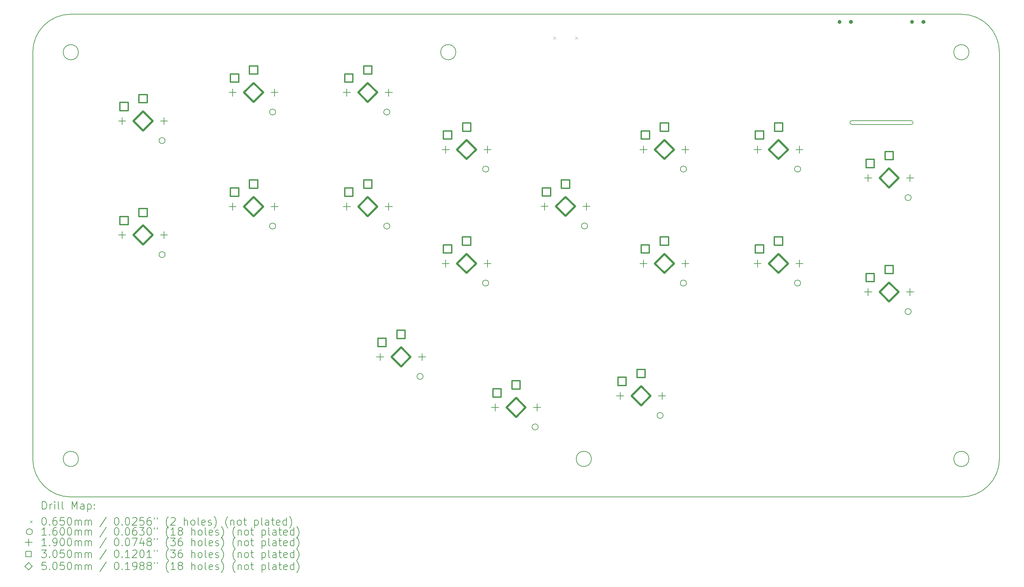
<source format=gbr>
%TF.GenerationSoftware,KiCad,Pcbnew,8.0.1*%
%TF.CreationDate,2024-03-30T21:55:53-07:00*%
%TF.ProjectId,proj,70726f6a-2e6b-4696-9361-645f70636258,rev?*%
%TF.SameCoordinates,Original*%
%TF.FileFunction,Drillmap*%
%TF.FilePolarity,Positive*%
%FSLAX45Y45*%
G04 Gerber Fmt 4.5, Leading zero omitted, Abs format (unit mm)*
G04 Created by KiCad (PCBNEW 8.0.1) date 2024-03-30 21:55:53*
%MOMM*%
%LPD*%
G01*
G04 APERTURE LIST*
%ADD10C,0.200000*%
%ADD11C,0.000000*%
%ADD12C,0.100000*%
%ADD13C,0.160000*%
%ADD14C,0.190000*%
%ADD15C,0.305000*%
%ADD16C,0.505000*%
G04 APERTURE END LIST*
D10*
X16979600Y-14548100D02*
G75*
G02*
X16579600Y-14548100I-200000J0D01*
G01*
X16579600Y-14548100D02*
G75*
G02*
X16979600Y-14548100I200000J0D01*
G01*
X27700000Y-14549120D02*
G75*
G02*
X26700000Y-15549120I-1000000J0D01*
G01*
X3300000Y-2849120D02*
X26700000Y-2849120D01*
X3500000Y-14549120D02*
G75*
G02*
X3100000Y-14549120I-200000J0D01*
G01*
X3100000Y-14549120D02*
G75*
G02*
X3500000Y-14549120I200000J0D01*
G01*
X26700000Y-2849120D02*
G75*
G02*
X27700000Y-3849120I0J-1000000D01*
G01*
X26700000Y-15549120D02*
X3300000Y-15549120D01*
X25381500Y-5650100D02*
G75*
G02*
X25381500Y-5750100I0J-50000D01*
G01*
X13417800Y-3848100D02*
G75*
G02*
X13017800Y-3848100I-200000J0D01*
G01*
X13017800Y-3848100D02*
G75*
G02*
X13417800Y-3848100I200000J0D01*
G01*
X3300000Y-15549120D02*
G75*
G02*
X2300000Y-14549120I0J1000000D01*
G01*
X23821500Y-5750100D02*
G75*
G02*
X23821500Y-5650100I0J50000D01*
G01*
X27700000Y-3849120D02*
X27700000Y-14549120D01*
X2300000Y-3849120D02*
G75*
G02*
X3300000Y-2849120I1000000J0D01*
G01*
X3500000Y-3849120D02*
G75*
G02*
X3100000Y-3849120I-200000J0D01*
G01*
X3100000Y-3849120D02*
G75*
G02*
X3500000Y-3849120I200000J0D01*
G01*
X23821500Y-5750100D02*
X25381500Y-5750100D01*
X26900000Y-3849120D02*
G75*
G02*
X26500000Y-3849120I-200000J0D01*
G01*
X26500000Y-3849120D02*
G75*
G02*
X26900000Y-3849120I200000J0D01*
G01*
X26900000Y-14549120D02*
G75*
G02*
X26500000Y-14549120I-200000J0D01*
G01*
X26500000Y-14549120D02*
G75*
G02*
X26900000Y-14549120I200000J0D01*
G01*
X2300000Y-14549120D02*
X2300000Y-3849120D01*
X23821500Y-5650100D02*
X25381500Y-5650100D01*
D11*
G36*
X25424771Y-3004898D02*
G01*
X25436743Y-3012592D01*
X25446063Y-3023348D01*
X25451975Y-3036293D01*
X25454000Y-3050380D01*
X25451975Y-3064467D01*
X25446063Y-3077412D01*
X25436743Y-3088167D01*
X25424771Y-3095862D01*
X25411116Y-3099871D01*
X25396884Y-3099871D01*
X25383229Y-3095862D01*
X25371257Y-3088167D01*
X25361937Y-3077412D01*
X25356025Y-3064467D01*
X25354000Y-3050380D01*
X25356025Y-3036293D01*
X25361937Y-3023348D01*
X25371257Y-3012592D01*
X25383229Y-3004898D01*
X25396884Y-3000889D01*
X25411116Y-3000889D01*
X25424771Y-3004898D01*
G37*
G36*
X25724771Y-3004898D02*
G01*
X25736743Y-3012592D01*
X25746063Y-3023348D01*
X25751975Y-3036293D01*
X25754000Y-3050380D01*
X25751975Y-3064467D01*
X25746063Y-3077412D01*
X25736743Y-3088167D01*
X25724771Y-3095862D01*
X25711116Y-3099871D01*
X25696884Y-3099871D01*
X25683229Y-3095862D01*
X25671257Y-3088167D01*
X25661937Y-3077412D01*
X25656025Y-3064467D01*
X25654000Y-3050380D01*
X25656025Y-3036293D01*
X25661937Y-3023348D01*
X25671257Y-3012592D01*
X25683229Y-3004898D01*
X25696884Y-3000889D01*
X25711116Y-3000889D01*
X25724771Y-3004898D01*
G37*
G36*
X23519771Y-3004898D02*
G01*
X23531743Y-3012592D01*
X23541063Y-3023348D01*
X23546975Y-3036293D01*
X23549000Y-3050380D01*
X23546975Y-3064467D01*
X23541063Y-3077412D01*
X23531743Y-3088167D01*
X23519771Y-3095862D01*
X23506116Y-3099871D01*
X23491884Y-3099871D01*
X23478229Y-3095862D01*
X23466257Y-3088167D01*
X23456937Y-3077412D01*
X23451025Y-3064467D01*
X23449000Y-3050380D01*
X23451025Y-3036293D01*
X23456937Y-3023348D01*
X23466257Y-3012592D01*
X23478229Y-3004898D01*
X23491884Y-3000889D01*
X23506116Y-3000889D01*
X23519771Y-3004898D01*
G37*
G36*
X23819771Y-3004898D02*
G01*
X23831743Y-3012592D01*
X23841063Y-3023348D01*
X23846975Y-3036293D01*
X23849000Y-3050380D01*
X23846975Y-3064467D01*
X23841063Y-3077412D01*
X23831743Y-3088167D01*
X23819771Y-3095862D01*
X23806116Y-3099871D01*
X23791884Y-3099871D01*
X23778229Y-3095862D01*
X23766257Y-3088167D01*
X23756937Y-3077412D01*
X23751025Y-3064467D01*
X23749000Y-3050380D01*
X23751025Y-3036293D01*
X23756937Y-3023348D01*
X23766257Y-3012592D01*
X23778229Y-3004898D01*
X23791884Y-3000889D01*
X23806116Y-3000889D01*
X23819771Y-3004898D01*
G37*
D10*
D12*
X15977880Y-3439380D02*
X16042880Y-3504380D01*
X16042880Y-3439380D02*
X15977880Y-3504380D01*
X16555880Y-3439380D02*
X16620880Y-3504380D01*
X16620880Y-3439380D02*
X16555880Y-3504380D01*
D13*
X5778100Y-6173410D02*
G75*
G02*
X5618100Y-6173410I-80000J0D01*
G01*
X5618100Y-6173410D02*
G75*
G02*
X5778100Y-6173410I80000J0D01*
G01*
X5778100Y-9173410D02*
G75*
G02*
X5618100Y-9173410I-80000J0D01*
G01*
X5618100Y-9173410D02*
G75*
G02*
X5778100Y-9173410I80000J0D01*
G01*
X8682900Y-5423400D02*
G75*
G02*
X8522900Y-5423400I-80000J0D01*
G01*
X8522900Y-5423400D02*
G75*
G02*
X8682900Y-5423400I80000J0D01*
G01*
X8682900Y-8423410D02*
G75*
G02*
X8522900Y-8423410I-80000J0D01*
G01*
X8522900Y-8423410D02*
G75*
G02*
X8682900Y-8423410I80000J0D01*
G01*
X11682900Y-5423400D02*
G75*
G02*
X11522900Y-5423400I-80000J0D01*
G01*
X11522900Y-5423400D02*
G75*
G02*
X11682900Y-5423400I80000J0D01*
G01*
X11682900Y-8423410D02*
G75*
G02*
X11522900Y-8423410I-80000J0D01*
G01*
X11522900Y-8423410D02*
G75*
G02*
X11682900Y-8423410I80000J0D01*
G01*
X12557200Y-12377770D02*
G75*
G02*
X12397200Y-12377770I-80000J0D01*
G01*
X12397200Y-12377770D02*
G75*
G02*
X12557200Y-12377770I80000J0D01*
G01*
X14279700Y-9921510D02*
G75*
G02*
X14119700Y-9921510I-80000J0D01*
G01*
X14119700Y-9921510D02*
G75*
G02*
X14279700Y-9921510I80000J0D01*
G01*
X14281000Y-6923410D02*
G75*
G02*
X14121000Y-6923410I-80000J0D01*
G01*
X14121000Y-6923410D02*
G75*
G02*
X14281000Y-6923410I80000J0D01*
G01*
X15580000Y-13706590D02*
G75*
G02*
X15420000Y-13706590I-80000J0D01*
G01*
X15420000Y-13706590D02*
G75*
G02*
X15580000Y-13706590I80000J0D01*
G01*
X16877700Y-8421510D02*
G75*
G02*
X16717700Y-8421510I-80000J0D01*
G01*
X16717700Y-8421510D02*
G75*
G02*
X16877700Y-8421510I80000J0D01*
G01*
X18865040Y-13404690D02*
G75*
G02*
X18705040Y-13404690I-80000J0D01*
G01*
X18705040Y-13404690D02*
G75*
G02*
X18865040Y-13404690I80000J0D01*
G01*
X19475810Y-9921510D02*
G75*
G02*
X19315810Y-9921510I-80000J0D01*
G01*
X19315810Y-9921510D02*
G75*
G02*
X19475810Y-9921510I80000J0D01*
G01*
X19477110Y-6923410D02*
G75*
G02*
X19317110Y-6923410I-80000J0D01*
G01*
X19317110Y-6923410D02*
G75*
G02*
X19477110Y-6923410I80000J0D01*
G01*
X22475810Y-9921510D02*
G75*
G02*
X22315810Y-9921510I-80000J0D01*
G01*
X22315810Y-9921510D02*
G75*
G02*
X22475810Y-9921510I80000J0D01*
G01*
X22477110Y-6923410D02*
G75*
G02*
X22317110Y-6923410I-80000J0D01*
G01*
X22317110Y-6923410D02*
G75*
G02*
X22477110Y-6923410I80000J0D01*
G01*
X25381850Y-7673410D02*
G75*
G02*
X25221850Y-7673410I-80000J0D01*
G01*
X25221850Y-7673410D02*
G75*
G02*
X25381850Y-7673410I80000J0D01*
G01*
X25381850Y-10673410D02*
G75*
G02*
X25221850Y-10673410I-80000J0D01*
G01*
X25221850Y-10673410D02*
G75*
G02*
X25381850Y-10673410I80000J0D01*
G01*
D14*
X4648100Y-5563410D02*
X4648100Y-5753410D01*
X4553100Y-5658410D02*
X4743100Y-5658410D01*
X4648100Y-8563410D02*
X4648100Y-8753410D01*
X4553100Y-8658410D02*
X4743100Y-8658410D01*
X5748100Y-5563410D02*
X5748100Y-5753410D01*
X5653100Y-5658410D02*
X5843100Y-5658410D01*
X5748100Y-8563410D02*
X5748100Y-8753410D01*
X5653100Y-8658410D02*
X5843100Y-8658410D01*
X7552900Y-4813400D02*
X7552900Y-5003400D01*
X7457900Y-4908400D02*
X7647900Y-4908400D01*
X7552900Y-7813410D02*
X7552900Y-8003410D01*
X7457900Y-7908410D02*
X7647900Y-7908410D01*
X8652900Y-4813400D02*
X8652900Y-5003400D01*
X8557900Y-4908400D02*
X8747900Y-4908400D01*
X8652900Y-7813410D02*
X8652900Y-8003410D01*
X8557900Y-7908410D02*
X8747900Y-7908410D01*
X10552900Y-4813400D02*
X10552900Y-5003400D01*
X10457900Y-4908400D02*
X10647900Y-4908400D01*
X10552900Y-7813410D02*
X10552900Y-8003410D01*
X10457900Y-7908410D02*
X10647900Y-7908410D01*
X11427200Y-11767770D02*
X11427200Y-11957770D01*
X11332200Y-11862770D02*
X11522200Y-11862770D01*
X11652900Y-4813400D02*
X11652900Y-5003400D01*
X11557900Y-4908400D02*
X11747900Y-4908400D01*
X11652900Y-7813410D02*
X11652900Y-8003410D01*
X11557900Y-7908410D02*
X11747900Y-7908410D01*
X12527200Y-11767770D02*
X12527200Y-11957770D01*
X12432200Y-11862770D02*
X12622200Y-11862770D01*
X13149700Y-9311510D02*
X13149700Y-9501510D01*
X13054700Y-9406510D02*
X13244700Y-9406510D01*
X13151000Y-6313410D02*
X13151000Y-6503410D01*
X13056000Y-6408410D02*
X13246000Y-6408410D01*
X14249700Y-9311510D02*
X14249700Y-9501510D01*
X14154700Y-9406510D02*
X14344700Y-9406510D01*
X14251000Y-6313410D02*
X14251000Y-6503410D01*
X14156000Y-6408410D02*
X14346000Y-6408410D01*
X14450000Y-13096590D02*
X14450000Y-13286590D01*
X14355000Y-13191590D02*
X14545000Y-13191590D01*
X15550000Y-13096590D02*
X15550000Y-13286590D01*
X15455000Y-13191590D02*
X15645000Y-13191590D01*
X15747700Y-7811510D02*
X15747700Y-8001510D01*
X15652700Y-7906510D02*
X15842700Y-7906510D01*
X16847700Y-7811510D02*
X16847700Y-8001510D01*
X16752700Y-7906510D02*
X16942700Y-7906510D01*
X17735040Y-12794690D02*
X17735040Y-12984690D01*
X17640040Y-12889690D02*
X17830040Y-12889690D01*
X18345810Y-9311510D02*
X18345810Y-9501510D01*
X18250810Y-9406510D02*
X18440810Y-9406510D01*
X18347110Y-6313410D02*
X18347110Y-6503410D01*
X18252110Y-6408410D02*
X18442110Y-6408410D01*
X18835040Y-12794690D02*
X18835040Y-12984690D01*
X18740040Y-12889690D02*
X18930040Y-12889690D01*
X19445810Y-9311510D02*
X19445810Y-9501510D01*
X19350810Y-9406510D02*
X19540810Y-9406510D01*
X19447110Y-6313410D02*
X19447110Y-6503410D01*
X19352110Y-6408410D02*
X19542110Y-6408410D01*
X21345810Y-9311510D02*
X21345810Y-9501510D01*
X21250810Y-9406510D02*
X21440810Y-9406510D01*
X21347110Y-6313410D02*
X21347110Y-6503410D01*
X21252110Y-6408410D02*
X21442110Y-6408410D01*
X22445810Y-9311510D02*
X22445810Y-9501510D01*
X22350810Y-9406510D02*
X22540810Y-9406510D01*
X22447110Y-6313410D02*
X22447110Y-6503410D01*
X22352110Y-6408410D02*
X22542110Y-6408410D01*
X24251850Y-7063410D02*
X24251850Y-7253410D01*
X24156850Y-7158410D02*
X24346850Y-7158410D01*
X24251850Y-10063410D02*
X24251850Y-10253410D01*
X24156850Y-10158410D02*
X24346850Y-10158410D01*
X25351850Y-7063410D02*
X25351850Y-7253410D01*
X25256850Y-7158410D02*
X25446850Y-7158410D01*
X25351850Y-10063410D02*
X25351850Y-10253410D01*
X25256850Y-10158410D02*
X25446850Y-10158410D01*
D15*
X4805935Y-5386245D02*
X4805935Y-5170575D01*
X4590265Y-5170575D01*
X4590265Y-5386245D01*
X4805935Y-5386245D01*
X4805935Y-8386245D02*
X4805935Y-8170575D01*
X4590265Y-8170575D01*
X4590265Y-8386245D01*
X4805935Y-8386245D01*
X5305935Y-5176245D02*
X5305935Y-4960575D01*
X5090265Y-4960575D01*
X5090265Y-5176245D01*
X5305935Y-5176245D01*
X5305935Y-8176245D02*
X5305935Y-7960575D01*
X5090265Y-7960575D01*
X5090265Y-8176245D01*
X5305935Y-8176245D01*
X7710735Y-4636235D02*
X7710735Y-4420565D01*
X7495065Y-4420565D01*
X7495065Y-4636235D01*
X7710735Y-4636235D01*
X7710735Y-7636245D02*
X7710735Y-7420575D01*
X7495065Y-7420575D01*
X7495065Y-7636245D01*
X7710735Y-7636245D01*
X8210735Y-4426235D02*
X8210735Y-4210565D01*
X7995065Y-4210565D01*
X7995065Y-4426235D01*
X8210735Y-4426235D01*
X8210735Y-7426245D02*
X8210735Y-7210575D01*
X7995065Y-7210575D01*
X7995065Y-7426245D01*
X8210735Y-7426245D01*
X10710735Y-4636235D02*
X10710735Y-4420565D01*
X10495065Y-4420565D01*
X10495065Y-4636235D01*
X10710735Y-4636235D01*
X10710735Y-7636245D02*
X10710735Y-7420575D01*
X10495065Y-7420575D01*
X10495065Y-7636245D01*
X10710735Y-7636245D01*
X11210735Y-4426235D02*
X11210735Y-4210565D01*
X10995065Y-4210565D01*
X10995065Y-4426235D01*
X11210735Y-4426235D01*
X11210735Y-7426245D02*
X11210735Y-7210575D01*
X10995065Y-7210575D01*
X10995065Y-7426245D01*
X11210735Y-7426245D01*
X11585035Y-11590605D02*
X11585035Y-11374935D01*
X11369365Y-11374935D01*
X11369365Y-11590605D01*
X11585035Y-11590605D01*
X12085035Y-11380605D02*
X12085035Y-11164935D01*
X11869365Y-11164935D01*
X11869365Y-11380605D01*
X12085035Y-11380605D01*
X13307535Y-9134345D02*
X13307535Y-8918675D01*
X13091865Y-8918675D01*
X13091865Y-9134345D01*
X13307535Y-9134345D01*
X13308835Y-6136245D02*
X13308835Y-5920575D01*
X13093165Y-5920575D01*
X13093165Y-6136245D01*
X13308835Y-6136245D01*
X13807535Y-8924345D02*
X13807535Y-8708675D01*
X13591865Y-8708675D01*
X13591865Y-8924345D01*
X13807535Y-8924345D01*
X13808835Y-5926245D02*
X13808835Y-5710575D01*
X13593165Y-5710575D01*
X13593165Y-5926245D01*
X13808835Y-5926245D01*
X14607835Y-12919425D02*
X14607835Y-12703755D01*
X14392165Y-12703755D01*
X14392165Y-12919425D01*
X14607835Y-12919425D01*
X15107835Y-12709425D02*
X15107835Y-12493755D01*
X14892165Y-12493755D01*
X14892165Y-12709425D01*
X15107835Y-12709425D01*
X15905535Y-7634345D02*
X15905535Y-7418675D01*
X15689865Y-7418675D01*
X15689865Y-7634345D01*
X15905535Y-7634345D01*
X16405535Y-7424345D02*
X16405535Y-7208675D01*
X16189865Y-7208675D01*
X16189865Y-7424345D01*
X16405535Y-7424345D01*
X17892875Y-12617525D02*
X17892875Y-12401855D01*
X17677205Y-12401855D01*
X17677205Y-12617525D01*
X17892875Y-12617525D01*
X18392875Y-12407525D02*
X18392875Y-12191855D01*
X18177205Y-12191855D01*
X18177205Y-12407525D01*
X18392875Y-12407525D01*
X18503645Y-9134345D02*
X18503645Y-8918675D01*
X18287975Y-8918675D01*
X18287975Y-9134345D01*
X18503645Y-9134345D01*
X18504945Y-6136245D02*
X18504945Y-5920575D01*
X18289275Y-5920575D01*
X18289275Y-6136245D01*
X18504945Y-6136245D01*
X19003645Y-8924345D02*
X19003645Y-8708675D01*
X18787975Y-8708675D01*
X18787975Y-8924345D01*
X19003645Y-8924345D01*
X19004945Y-5926245D02*
X19004945Y-5710575D01*
X18789275Y-5710575D01*
X18789275Y-5926245D01*
X19004945Y-5926245D01*
X21503645Y-9134345D02*
X21503645Y-8918675D01*
X21287975Y-8918675D01*
X21287975Y-9134345D01*
X21503645Y-9134345D01*
X21504945Y-6136245D02*
X21504945Y-5920575D01*
X21289275Y-5920575D01*
X21289275Y-6136245D01*
X21504945Y-6136245D01*
X22003645Y-8924345D02*
X22003645Y-8708675D01*
X21787975Y-8708675D01*
X21787975Y-8924345D01*
X22003645Y-8924345D01*
X22004945Y-5926245D02*
X22004945Y-5710575D01*
X21789275Y-5710575D01*
X21789275Y-5926245D01*
X22004945Y-5926245D01*
X24409685Y-6886245D02*
X24409685Y-6670575D01*
X24194015Y-6670575D01*
X24194015Y-6886245D01*
X24409685Y-6886245D01*
X24409685Y-9886245D02*
X24409685Y-9670575D01*
X24194015Y-9670575D01*
X24194015Y-9886245D01*
X24409685Y-9886245D01*
X24909685Y-6676245D02*
X24909685Y-6460575D01*
X24694015Y-6460575D01*
X24694015Y-6676245D01*
X24909685Y-6676245D01*
X24909685Y-9676245D02*
X24909685Y-9460575D01*
X24694015Y-9460575D01*
X24694015Y-9676245D01*
X24909685Y-9676245D01*
D16*
X5198100Y-5910910D02*
X5450600Y-5658410D01*
X5198100Y-5405910D01*
X4945600Y-5658410D01*
X5198100Y-5910910D01*
X5198100Y-8910910D02*
X5450600Y-8658410D01*
X5198100Y-8405910D01*
X4945600Y-8658410D01*
X5198100Y-8910910D01*
X8102900Y-5160900D02*
X8355400Y-4908400D01*
X8102900Y-4655900D01*
X7850400Y-4908400D01*
X8102900Y-5160900D01*
X8102900Y-8160910D02*
X8355400Y-7908410D01*
X8102900Y-7655910D01*
X7850400Y-7908410D01*
X8102900Y-8160910D01*
X11102900Y-5160900D02*
X11355400Y-4908400D01*
X11102900Y-4655900D01*
X10850400Y-4908400D01*
X11102900Y-5160900D01*
X11102900Y-8160910D02*
X11355400Y-7908410D01*
X11102900Y-7655910D01*
X10850400Y-7908410D01*
X11102900Y-8160910D01*
X11977200Y-12115270D02*
X12229700Y-11862770D01*
X11977200Y-11610270D01*
X11724700Y-11862770D01*
X11977200Y-12115270D01*
X13699700Y-9659010D02*
X13952200Y-9406510D01*
X13699700Y-9154010D01*
X13447200Y-9406510D01*
X13699700Y-9659010D01*
X13701000Y-6660910D02*
X13953500Y-6408410D01*
X13701000Y-6155910D01*
X13448500Y-6408410D01*
X13701000Y-6660910D01*
X15000000Y-13444090D02*
X15252500Y-13191590D01*
X15000000Y-12939090D01*
X14747500Y-13191590D01*
X15000000Y-13444090D01*
X16297700Y-8159010D02*
X16550200Y-7906510D01*
X16297700Y-7654010D01*
X16045200Y-7906510D01*
X16297700Y-8159010D01*
X18285040Y-13142190D02*
X18537540Y-12889690D01*
X18285040Y-12637190D01*
X18032540Y-12889690D01*
X18285040Y-13142190D01*
X18895810Y-9659010D02*
X19148310Y-9406510D01*
X18895810Y-9154010D01*
X18643310Y-9406510D01*
X18895810Y-9659010D01*
X18897110Y-6660910D02*
X19149610Y-6408410D01*
X18897110Y-6155910D01*
X18644610Y-6408410D01*
X18897110Y-6660910D01*
X21895810Y-9659010D02*
X22148310Y-9406510D01*
X21895810Y-9154010D01*
X21643310Y-9406510D01*
X21895810Y-9659010D01*
X21897110Y-6660910D02*
X22149610Y-6408410D01*
X21897110Y-6155910D01*
X21644610Y-6408410D01*
X21897110Y-6660910D01*
X24801850Y-7410910D02*
X25054350Y-7158410D01*
X24801850Y-6905910D01*
X24549350Y-7158410D01*
X24801850Y-7410910D01*
X24801850Y-10410910D02*
X25054350Y-10158410D01*
X24801850Y-9905910D01*
X24549350Y-10158410D01*
X24801850Y-10410910D01*
D10*
X2550777Y-15870604D02*
X2550777Y-15670604D01*
X2550777Y-15670604D02*
X2598396Y-15670604D01*
X2598396Y-15670604D02*
X2626967Y-15680128D01*
X2626967Y-15680128D02*
X2646015Y-15699175D01*
X2646015Y-15699175D02*
X2655539Y-15718223D01*
X2655539Y-15718223D02*
X2665063Y-15756318D01*
X2665063Y-15756318D02*
X2665063Y-15784889D01*
X2665063Y-15784889D02*
X2655539Y-15822985D01*
X2655539Y-15822985D02*
X2646015Y-15842032D01*
X2646015Y-15842032D02*
X2626967Y-15861080D01*
X2626967Y-15861080D02*
X2598396Y-15870604D01*
X2598396Y-15870604D02*
X2550777Y-15870604D01*
X2750777Y-15870604D02*
X2750777Y-15737270D01*
X2750777Y-15775366D02*
X2760301Y-15756318D01*
X2760301Y-15756318D02*
X2769824Y-15746794D01*
X2769824Y-15746794D02*
X2788872Y-15737270D01*
X2788872Y-15737270D02*
X2807920Y-15737270D01*
X2874586Y-15870604D02*
X2874586Y-15737270D01*
X2874586Y-15670604D02*
X2865062Y-15680128D01*
X2865062Y-15680128D02*
X2874586Y-15689651D01*
X2874586Y-15689651D02*
X2884110Y-15680128D01*
X2884110Y-15680128D02*
X2874586Y-15670604D01*
X2874586Y-15670604D02*
X2874586Y-15689651D01*
X2998396Y-15870604D02*
X2979348Y-15861080D01*
X2979348Y-15861080D02*
X2969824Y-15842032D01*
X2969824Y-15842032D02*
X2969824Y-15670604D01*
X3103158Y-15870604D02*
X3084110Y-15861080D01*
X3084110Y-15861080D02*
X3074586Y-15842032D01*
X3074586Y-15842032D02*
X3074586Y-15670604D01*
X3331729Y-15870604D02*
X3331729Y-15670604D01*
X3331729Y-15670604D02*
X3398396Y-15813461D01*
X3398396Y-15813461D02*
X3465062Y-15670604D01*
X3465062Y-15670604D02*
X3465062Y-15870604D01*
X3646015Y-15870604D02*
X3646015Y-15765842D01*
X3646015Y-15765842D02*
X3636491Y-15746794D01*
X3636491Y-15746794D02*
X3617443Y-15737270D01*
X3617443Y-15737270D02*
X3579348Y-15737270D01*
X3579348Y-15737270D02*
X3560301Y-15746794D01*
X3646015Y-15861080D02*
X3626967Y-15870604D01*
X3626967Y-15870604D02*
X3579348Y-15870604D01*
X3579348Y-15870604D02*
X3560301Y-15861080D01*
X3560301Y-15861080D02*
X3550777Y-15842032D01*
X3550777Y-15842032D02*
X3550777Y-15822985D01*
X3550777Y-15822985D02*
X3560301Y-15803937D01*
X3560301Y-15803937D02*
X3579348Y-15794413D01*
X3579348Y-15794413D02*
X3626967Y-15794413D01*
X3626967Y-15794413D02*
X3646015Y-15784889D01*
X3741253Y-15737270D02*
X3741253Y-15937270D01*
X3741253Y-15746794D02*
X3760301Y-15737270D01*
X3760301Y-15737270D02*
X3798396Y-15737270D01*
X3798396Y-15737270D02*
X3817443Y-15746794D01*
X3817443Y-15746794D02*
X3826967Y-15756318D01*
X3826967Y-15756318D02*
X3836491Y-15775366D01*
X3836491Y-15775366D02*
X3836491Y-15832508D01*
X3836491Y-15832508D02*
X3826967Y-15851556D01*
X3826967Y-15851556D02*
X3817443Y-15861080D01*
X3817443Y-15861080D02*
X3798396Y-15870604D01*
X3798396Y-15870604D02*
X3760301Y-15870604D01*
X3760301Y-15870604D02*
X3741253Y-15861080D01*
X3922205Y-15851556D02*
X3931729Y-15861080D01*
X3931729Y-15861080D02*
X3922205Y-15870604D01*
X3922205Y-15870604D02*
X3912682Y-15861080D01*
X3912682Y-15861080D02*
X3922205Y-15851556D01*
X3922205Y-15851556D02*
X3922205Y-15870604D01*
X3922205Y-15746794D02*
X3931729Y-15756318D01*
X3931729Y-15756318D02*
X3922205Y-15765842D01*
X3922205Y-15765842D02*
X3912682Y-15756318D01*
X3912682Y-15756318D02*
X3922205Y-15746794D01*
X3922205Y-15746794D02*
X3922205Y-15765842D01*
D12*
X2225000Y-16166620D02*
X2290000Y-16231620D01*
X2290000Y-16166620D02*
X2225000Y-16231620D01*
D10*
X2588872Y-16090604D02*
X2607920Y-16090604D01*
X2607920Y-16090604D02*
X2626967Y-16100128D01*
X2626967Y-16100128D02*
X2636491Y-16109651D01*
X2636491Y-16109651D02*
X2646015Y-16128699D01*
X2646015Y-16128699D02*
X2655539Y-16166794D01*
X2655539Y-16166794D02*
X2655539Y-16214413D01*
X2655539Y-16214413D02*
X2646015Y-16252508D01*
X2646015Y-16252508D02*
X2636491Y-16271556D01*
X2636491Y-16271556D02*
X2626967Y-16281080D01*
X2626967Y-16281080D02*
X2607920Y-16290604D01*
X2607920Y-16290604D02*
X2588872Y-16290604D01*
X2588872Y-16290604D02*
X2569824Y-16281080D01*
X2569824Y-16281080D02*
X2560301Y-16271556D01*
X2560301Y-16271556D02*
X2550777Y-16252508D01*
X2550777Y-16252508D02*
X2541253Y-16214413D01*
X2541253Y-16214413D02*
X2541253Y-16166794D01*
X2541253Y-16166794D02*
X2550777Y-16128699D01*
X2550777Y-16128699D02*
X2560301Y-16109651D01*
X2560301Y-16109651D02*
X2569824Y-16100128D01*
X2569824Y-16100128D02*
X2588872Y-16090604D01*
X2741253Y-16271556D02*
X2750777Y-16281080D01*
X2750777Y-16281080D02*
X2741253Y-16290604D01*
X2741253Y-16290604D02*
X2731729Y-16281080D01*
X2731729Y-16281080D02*
X2741253Y-16271556D01*
X2741253Y-16271556D02*
X2741253Y-16290604D01*
X2922205Y-16090604D02*
X2884110Y-16090604D01*
X2884110Y-16090604D02*
X2865062Y-16100128D01*
X2865062Y-16100128D02*
X2855539Y-16109651D01*
X2855539Y-16109651D02*
X2836491Y-16138223D01*
X2836491Y-16138223D02*
X2826967Y-16176318D01*
X2826967Y-16176318D02*
X2826967Y-16252508D01*
X2826967Y-16252508D02*
X2836491Y-16271556D01*
X2836491Y-16271556D02*
X2846015Y-16281080D01*
X2846015Y-16281080D02*
X2865062Y-16290604D01*
X2865062Y-16290604D02*
X2903158Y-16290604D01*
X2903158Y-16290604D02*
X2922205Y-16281080D01*
X2922205Y-16281080D02*
X2931729Y-16271556D01*
X2931729Y-16271556D02*
X2941253Y-16252508D01*
X2941253Y-16252508D02*
X2941253Y-16204889D01*
X2941253Y-16204889D02*
X2931729Y-16185842D01*
X2931729Y-16185842D02*
X2922205Y-16176318D01*
X2922205Y-16176318D02*
X2903158Y-16166794D01*
X2903158Y-16166794D02*
X2865062Y-16166794D01*
X2865062Y-16166794D02*
X2846015Y-16176318D01*
X2846015Y-16176318D02*
X2836491Y-16185842D01*
X2836491Y-16185842D02*
X2826967Y-16204889D01*
X3122205Y-16090604D02*
X3026967Y-16090604D01*
X3026967Y-16090604D02*
X3017443Y-16185842D01*
X3017443Y-16185842D02*
X3026967Y-16176318D01*
X3026967Y-16176318D02*
X3046015Y-16166794D01*
X3046015Y-16166794D02*
X3093634Y-16166794D01*
X3093634Y-16166794D02*
X3112682Y-16176318D01*
X3112682Y-16176318D02*
X3122205Y-16185842D01*
X3122205Y-16185842D02*
X3131729Y-16204889D01*
X3131729Y-16204889D02*
X3131729Y-16252508D01*
X3131729Y-16252508D02*
X3122205Y-16271556D01*
X3122205Y-16271556D02*
X3112682Y-16281080D01*
X3112682Y-16281080D02*
X3093634Y-16290604D01*
X3093634Y-16290604D02*
X3046015Y-16290604D01*
X3046015Y-16290604D02*
X3026967Y-16281080D01*
X3026967Y-16281080D02*
X3017443Y-16271556D01*
X3255539Y-16090604D02*
X3274586Y-16090604D01*
X3274586Y-16090604D02*
X3293634Y-16100128D01*
X3293634Y-16100128D02*
X3303158Y-16109651D01*
X3303158Y-16109651D02*
X3312682Y-16128699D01*
X3312682Y-16128699D02*
X3322205Y-16166794D01*
X3322205Y-16166794D02*
X3322205Y-16214413D01*
X3322205Y-16214413D02*
X3312682Y-16252508D01*
X3312682Y-16252508D02*
X3303158Y-16271556D01*
X3303158Y-16271556D02*
X3293634Y-16281080D01*
X3293634Y-16281080D02*
X3274586Y-16290604D01*
X3274586Y-16290604D02*
X3255539Y-16290604D01*
X3255539Y-16290604D02*
X3236491Y-16281080D01*
X3236491Y-16281080D02*
X3226967Y-16271556D01*
X3226967Y-16271556D02*
X3217443Y-16252508D01*
X3217443Y-16252508D02*
X3207920Y-16214413D01*
X3207920Y-16214413D02*
X3207920Y-16166794D01*
X3207920Y-16166794D02*
X3217443Y-16128699D01*
X3217443Y-16128699D02*
X3226967Y-16109651D01*
X3226967Y-16109651D02*
X3236491Y-16100128D01*
X3236491Y-16100128D02*
X3255539Y-16090604D01*
X3407920Y-16290604D02*
X3407920Y-16157270D01*
X3407920Y-16176318D02*
X3417443Y-16166794D01*
X3417443Y-16166794D02*
X3436491Y-16157270D01*
X3436491Y-16157270D02*
X3465063Y-16157270D01*
X3465063Y-16157270D02*
X3484110Y-16166794D01*
X3484110Y-16166794D02*
X3493634Y-16185842D01*
X3493634Y-16185842D02*
X3493634Y-16290604D01*
X3493634Y-16185842D02*
X3503158Y-16166794D01*
X3503158Y-16166794D02*
X3522205Y-16157270D01*
X3522205Y-16157270D02*
X3550777Y-16157270D01*
X3550777Y-16157270D02*
X3569824Y-16166794D01*
X3569824Y-16166794D02*
X3579348Y-16185842D01*
X3579348Y-16185842D02*
X3579348Y-16290604D01*
X3674586Y-16290604D02*
X3674586Y-16157270D01*
X3674586Y-16176318D02*
X3684110Y-16166794D01*
X3684110Y-16166794D02*
X3703158Y-16157270D01*
X3703158Y-16157270D02*
X3731729Y-16157270D01*
X3731729Y-16157270D02*
X3750777Y-16166794D01*
X3750777Y-16166794D02*
X3760301Y-16185842D01*
X3760301Y-16185842D02*
X3760301Y-16290604D01*
X3760301Y-16185842D02*
X3769824Y-16166794D01*
X3769824Y-16166794D02*
X3788872Y-16157270D01*
X3788872Y-16157270D02*
X3817443Y-16157270D01*
X3817443Y-16157270D02*
X3836491Y-16166794D01*
X3836491Y-16166794D02*
X3846015Y-16185842D01*
X3846015Y-16185842D02*
X3846015Y-16290604D01*
X4236491Y-16081080D02*
X4065063Y-16338223D01*
X4493634Y-16090604D02*
X4512682Y-16090604D01*
X4512682Y-16090604D02*
X4531729Y-16100128D01*
X4531729Y-16100128D02*
X4541253Y-16109651D01*
X4541253Y-16109651D02*
X4550777Y-16128699D01*
X4550777Y-16128699D02*
X4560301Y-16166794D01*
X4560301Y-16166794D02*
X4560301Y-16214413D01*
X4560301Y-16214413D02*
X4550777Y-16252508D01*
X4550777Y-16252508D02*
X4541253Y-16271556D01*
X4541253Y-16271556D02*
X4531729Y-16281080D01*
X4531729Y-16281080D02*
X4512682Y-16290604D01*
X4512682Y-16290604D02*
X4493634Y-16290604D01*
X4493634Y-16290604D02*
X4474587Y-16281080D01*
X4474587Y-16281080D02*
X4465063Y-16271556D01*
X4465063Y-16271556D02*
X4455539Y-16252508D01*
X4455539Y-16252508D02*
X4446015Y-16214413D01*
X4446015Y-16214413D02*
X4446015Y-16166794D01*
X4446015Y-16166794D02*
X4455539Y-16128699D01*
X4455539Y-16128699D02*
X4465063Y-16109651D01*
X4465063Y-16109651D02*
X4474587Y-16100128D01*
X4474587Y-16100128D02*
X4493634Y-16090604D01*
X4646015Y-16271556D02*
X4655539Y-16281080D01*
X4655539Y-16281080D02*
X4646015Y-16290604D01*
X4646015Y-16290604D02*
X4636491Y-16281080D01*
X4636491Y-16281080D02*
X4646015Y-16271556D01*
X4646015Y-16271556D02*
X4646015Y-16290604D01*
X4779348Y-16090604D02*
X4798396Y-16090604D01*
X4798396Y-16090604D02*
X4817444Y-16100128D01*
X4817444Y-16100128D02*
X4826968Y-16109651D01*
X4826968Y-16109651D02*
X4836491Y-16128699D01*
X4836491Y-16128699D02*
X4846015Y-16166794D01*
X4846015Y-16166794D02*
X4846015Y-16214413D01*
X4846015Y-16214413D02*
X4836491Y-16252508D01*
X4836491Y-16252508D02*
X4826968Y-16271556D01*
X4826968Y-16271556D02*
X4817444Y-16281080D01*
X4817444Y-16281080D02*
X4798396Y-16290604D01*
X4798396Y-16290604D02*
X4779348Y-16290604D01*
X4779348Y-16290604D02*
X4760301Y-16281080D01*
X4760301Y-16281080D02*
X4750777Y-16271556D01*
X4750777Y-16271556D02*
X4741253Y-16252508D01*
X4741253Y-16252508D02*
X4731729Y-16214413D01*
X4731729Y-16214413D02*
X4731729Y-16166794D01*
X4731729Y-16166794D02*
X4741253Y-16128699D01*
X4741253Y-16128699D02*
X4750777Y-16109651D01*
X4750777Y-16109651D02*
X4760301Y-16100128D01*
X4760301Y-16100128D02*
X4779348Y-16090604D01*
X4922206Y-16109651D02*
X4931729Y-16100128D01*
X4931729Y-16100128D02*
X4950777Y-16090604D01*
X4950777Y-16090604D02*
X4998396Y-16090604D01*
X4998396Y-16090604D02*
X5017444Y-16100128D01*
X5017444Y-16100128D02*
X5026968Y-16109651D01*
X5026968Y-16109651D02*
X5036491Y-16128699D01*
X5036491Y-16128699D02*
X5036491Y-16147747D01*
X5036491Y-16147747D02*
X5026968Y-16176318D01*
X5026968Y-16176318D02*
X4912682Y-16290604D01*
X4912682Y-16290604D02*
X5036491Y-16290604D01*
X5217444Y-16090604D02*
X5122206Y-16090604D01*
X5122206Y-16090604D02*
X5112682Y-16185842D01*
X5112682Y-16185842D02*
X5122206Y-16176318D01*
X5122206Y-16176318D02*
X5141253Y-16166794D01*
X5141253Y-16166794D02*
X5188872Y-16166794D01*
X5188872Y-16166794D02*
X5207920Y-16176318D01*
X5207920Y-16176318D02*
X5217444Y-16185842D01*
X5217444Y-16185842D02*
X5226968Y-16204889D01*
X5226968Y-16204889D02*
X5226968Y-16252508D01*
X5226968Y-16252508D02*
X5217444Y-16271556D01*
X5217444Y-16271556D02*
X5207920Y-16281080D01*
X5207920Y-16281080D02*
X5188872Y-16290604D01*
X5188872Y-16290604D02*
X5141253Y-16290604D01*
X5141253Y-16290604D02*
X5122206Y-16281080D01*
X5122206Y-16281080D02*
X5112682Y-16271556D01*
X5398396Y-16090604D02*
X5360301Y-16090604D01*
X5360301Y-16090604D02*
X5341253Y-16100128D01*
X5341253Y-16100128D02*
X5331729Y-16109651D01*
X5331729Y-16109651D02*
X5312682Y-16138223D01*
X5312682Y-16138223D02*
X5303158Y-16176318D01*
X5303158Y-16176318D02*
X5303158Y-16252508D01*
X5303158Y-16252508D02*
X5312682Y-16271556D01*
X5312682Y-16271556D02*
X5322206Y-16281080D01*
X5322206Y-16281080D02*
X5341253Y-16290604D01*
X5341253Y-16290604D02*
X5379349Y-16290604D01*
X5379349Y-16290604D02*
X5398396Y-16281080D01*
X5398396Y-16281080D02*
X5407920Y-16271556D01*
X5407920Y-16271556D02*
X5417444Y-16252508D01*
X5417444Y-16252508D02*
X5417444Y-16204889D01*
X5417444Y-16204889D02*
X5407920Y-16185842D01*
X5407920Y-16185842D02*
X5398396Y-16176318D01*
X5398396Y-16176318D02*
X5379349Y-16166794D01*
X5379349Y-16166794D02*
X5341253Y-16166794D01*
X5341253Y-16166794D02*
X5322206Y-16176318D01*
X5322206Y-16176318D02*
X5312682Y-16185842D01*
X5312682Y-16185842D02*
X5303158Y-16204889D01*
X5493634Y-16090604D02*
X5493634Y-16128699D01*
X5569825Y-16090604D02*
X5569825Y-16128699D01*
X5865063Y-16366794D02*
X5855539Y-16357270D01*
X5855539Y-16357270D02*
X5836491Y-16328699D01*
X5836491Y-16328699D02*
X5826968Y-16309651D01*
X5826968Y-16309651D02*
X5817444Y-16281080D01*
X5817444Y-16281080D02*
X5807920Y-16233461D01*
X5807920Y-16233461D02*
X5807920Y-16195366D01*
X5807920Y-16195366D02*
X5817444Y-16147747D01*
X5817444Y-16147747D02*
X5826968Y-16119175D01*
X5826968Y-16119175D02*
X5836491Y-16100128D01*
X5836491Y-16100128D02*
X5855539Y-16071556D01*
X5855539Y-16071556D02*
X5865063Y-16062032D01*
X5931729Y-16109651D02*
X5941253Y-16100128D01*
X5941253Y-16100128D02*
X5960301Y-16090604D01*
X5960301Y-16090604D02*
X6007920Y-16090604D01*
X6007920Y-16090604D02*
X6026968Y-16100128D01*
X6026968Y-16100128D02*
X6036491Y-16109651D01*
X6036491Y-16109651D02*
X6046015Y-16128699D01*
X6046015Y-16128699D02*
X6046015Y-16147747D01*
X6046015Y-16147747D02*
X6036491Y-16176318D01*
X6036491Y-16176318D02*
X5922206Y-16290604D01*
X5922206Y-16290604D02*
X6046015Y-16290604D01*
X6284110Y-16290604D02*
X6284110Y-16090604D01*
X6369825Y-16290604D02*
X6369825Y-16185842D01*
X6369825Y-16185842D02*
X6360301Y-16166794D01*
X6360301Y-16166794D02*
X6341253Y-16157270D01*
X6341253Y-16157270D02*
X6312682Y-16157270D01*
X6312682Y-16157270D02*
X6293634Y-16166794D01*
X6293634Y-16166794D02*
X6284110Y-16176318D01*
X6493634Y-16290604D02*
X6474587Y-16281080D01*
X6474587Y-16281080D02*
X6465063Y-16271556D01*
X6465063Y-16271556D02*
X6455539Y-16252508D01*
X6455539Y-16252508D02*
X6455539Y-16195366D01*
X6455539Y-16195366D02*
X6465063Y-16176318D01*
X6465063Y-16176318D02*
X6474587Y-16166794D01*
X6474587Y-16166794D02*
X6493634Y-16157270D01*
X6493634Y-16157270D02*
X6522206Y-16157270D01*
X6522206Y-16157270D02*
X6541253Y-16166794D01*
X6541253Y-16166794D02*
X6550777Y-16176318D01*
X6550777Y-16176318D02*
X6560301Y-16195366D01*
X6560301Y-16195366D02*
X6560301Y-16252508D01*
X6560301Y-16252508D02*
X6550777Y-16271556D01*
X6550777Y-16271556D02*
X6541253Y-16281080D01*
X6541253Y-16281080D02*
X6522206Y-16290604D01*
X6522206Y-16290604D02*
X6493634Y-16290604D01*
X6674587Y-16290604D02*
X6655539Y-16281080D01*
X6655539Y-16281080D02*
X6646015Y-16262032D01*
X6646015Y-16262032D02*
X6646015Y-16090604D01*
X6826968Y-16281080D02*
X6807920Y-16290604D01*
X6807920Y-16290604D02*
X6769825Y-16290604D01*
X6769825Y-16290604D02*
X6750777Y-16281080D01*
X6750777Y-16281080D02*
X6741253Y-16262032D01*
X6741253Y-16262032D02*
X6741253Y-16185842D01*
X6741253Y-16185842D02*
X6750777Y-16166794D01*
X6750777Y-16166794D02*
X6769825Y-16157270D01*
X6769825Y-16157270D02*
X6807920Y-16157270D01*
X6807920Y-16157270D02*
X6826968Y-16166794D01*
X6826968Y-16166794D02*
X6836491Y-16185842D01*
X6836491Y-16185842D02*
X6836491Y-16204889D01*
X6836491Y-16204889D02*
X6741253Y-16223937D01*
X6912682Y-16281080D02*
X6931730Y-16290604D01*
X6931730Y-16290604D02*
X6969825Y-16290604D01*
X6969825Y-16290604D02*
X6988872Y-16281080D01*
X6988872Y-16281080D02*
X6998396Y-16262032D01*
X6998396Y-16262032D02*
X6998396Y-16252508D01*
X6998396Y-16252508D02*
X6988872Y-16233461D01*
X6988872Y-16233461D02*
X6969825Y-16223937D01*
X6969825Y-16223937D02*
X6941253Y-16223937D01*
X6941253Y-16223937D02*
X6922206Y-16214413D01*
X6922206Y-16214413D02*
X6912682Y-16195366D01*
X6912682Y-16195366D02*
X6912682Y-16185842D01*
X6912682Y-16185842D02*
X6922206Y-16166794D01*
X6922206Y-16166794D02*
X6941253Y-16157270D01*
X6941253Y-16157270D02*
X6969825Y-16157270D01*
X6969825Y-16157270D02*
X6988872Y-16166794D01*
X7065063Y-16366794D02*
X7074587Y-16357270D01*
X7074587Y-16357270D02*
X7093634Y-16328699D01*
X7093634Y-16328699D02*
X7103158Y-16309651D01*
X7103158Y-16309651D02*
X7112682Y-16281080D01*
X7112682Y-16281080D02*
X7122206Y-16233461D01*
X7122206Y-16233461D02*
X7122206Y-16195366D01*
X7122206Y-16195366D02*
X7112682Y-16147747D01*
X7112682Y-16147747D02*
X7103158Y-16119175D01*
X7103158Y-16119175D02*
X7093634Y-16100128D01*
X7093634Y-16100128D02*
X7074587Y-16071556D01*
X7074587Y-16071556D02*
X7065063Y-16062032D01*
X7426968Y-16366794D02*
X7417444Y-16357270D01*
X7417444Y-16357270D02*
X7398396Y-16328699D01*
X7398396Y-16328699D02*
X7388872Y-16309651D01*
X7388872Y-16309651D02*
X7379349Y-16281080D01*
X7379349Y-16281080D02*
X7369825Y-16233461D01*
X7369825Y-16233461D02*
X7369825Y-16195366D01*
X7369825Y-16195366D02*
X7379349Y-16147747D01*
X7379349Y-16147747D02*
X7388872Y-16119175D01*
X7388872Y-16119175D02*
X7398396Y-16100128D01*
X7398396Y-16100128D02*
X7417444Y-16071556D01*
X7417444Y-16071556D02*
X7426968Y-16062032D01*
X7503158Y-16157270D02*
X7503158Y-16290604D01*
X7503158Y-16176318D02*
X7512682Y-16166794D01*
X7512682Y-16166794D02*
X7531730Y-16157270D01*
X7531730Y-16157270D02*
X7560301Y-16157270D01*
X7560301Y-16157270D02*
X7579349Y-16166794D01*
X7579349Y-16166794D02*
X7588872Y-16185842D01*
X7588872Y-16185842D02*
X7588872Y-16290604D01*
X7712682Y-16290604D02*
X7693634Y-16281080D01*
X7693634Y-16281080D02*
X7684111Y-16271556D01*
X7684111Y-16271556D02*
X7674587Y-16252508D01*
X7674587Y-16252508D02*
X7674587Y-16195366D01*
X7674587Y-16195366D02*
X7684111Y-16176318D01*
X7684111Y-16176318D02*
X7693634Y-16166794D01*
X7693634Y-16166794D02*
X7712682Y-16157270D01*
X7712682Y-16157270D02*
X7741253Y-16157270D01*
X7741253Y-16157270D02*
X7760301Y-16166794D01*
X7760301Y-16166794D02*
X7769825Y-16176318D01*
X7769825Y-16176318D02*
X7779349Y-16195366D01*
X7779349Y-16195366D02*
X7779349Y-16252508D01*
X7779349Y-16252508D02*
X7769825Y-16271556D01*
X7769825Y-16271556D02*
X7760301Y-16281080D01*
X7760301Y-16281080D02*
X7741253Y-16290604D01*
X7741253Y-16290604D02*
X7712682Y-16290604D01*
X7836492Y-16157270D02*
X7912682Y-16157270D01*
X7865063Y-16090604D02*
X7865063Y-16262032D01*
X7865063Y-16262032D02*
X7874587Y-16281080D01*
X7874587Y-16281080D02*
X7893634Y-16290604D01*
X7893634Y-16290604D02*
X7912682Y-16290604D01*
X8131730Y-16157270D02*
X8131730Y-16357270D01*
X8131730Y-16166794D02*
X8150777Y-16157270D01*
X8150777Y-16157270D02*
X8188873Y-16157270D01*
X8188873Y-16157270D02*
X8207920Y-16166794D01*
X8207920Y-16166794D02*
X8217444Y-16176318D01*
X8217444Y-16176318D02*
X8226968Y-16195366D01*
X8226968Y-16195366D02*
X8226968Y-16252508D01*
X8226968Y-16252508D02*
X8217444Y-16271556D01*
X8217444Y-16271556D02*
X8207920Y-16281080D01*
X8207920Y-16281080D02*
X8188873Y-16290604D01*
X8188873Y-16290604D02*
X8150777Y-16290604D01*
X8150777Y-16290604D02*
X8131730Y-16281080D01*
X8341253Y-16290604D02*
X8322206Y-16281080D01*
X8322206Y-16281080D02*
X8312682Y-16262032D01*
X8312682Y-16262032D02*
X8312682Y-16090604D01*
X8503158Y-16290604D02*
X8503158Y-16185842D01*
X8503158Y-16185842D02*
X8493635Y-16166794D01*
X8493635Y-16166794D02*
X8474587Y-16157270D01*
X8474587Y-16157270D02*
X8436492Y-16157270D01*
X8436492Y-16157270D02*
X8417444Y-16166794D01*
X8503158Y-16281080D02*
X8484111Y-16290604D01*
X8484111Y-16290604D02*
X8436492Y-16290604D01*
X8436492Y-16290604D02*
X8417444Y-16281080D01*
X8417444Y-16281080D02*
X8407920Y-16262032D01*
X8407920Y-16262032D02*
X8407920Y-16242985D01*
X8407920Y-16242985D02*
X8417444Y-16223937D01*
X8417444Y-16223937D02*
X8436492Y-16214413D01*
X8436492Y-16214413D02*
X8484111Y-16214413D01*
X8484111Y-16214413D02*
X8503158Y-16204889D01*
X8569825Y-16157270D02*
X8646015Y-16157270D01*
X8598396Y-16090604D02*
X8598396Y-16262032D01*
X8598396Y-16262032D02*
X8607920Y-16281080D01*
X8607920Y-16281080D02*
X8626968Y-16290604D01*
X8626968Y-16290604D02*
X8646015Y-16290604D01*
X8788873Y-16281080D02*
X8769825Y-16290604D01*
X8769825Y-16290604D02*
X8731730Y-16290604D01*
X8731730Y-16290604D02*
X8712682Y-16281080D01*
X8712682Y-16281080D02*
X8703158Y-16262032D01*
X8703158Y-16262032D02*
X8703158Y-16185842D01*
X8703158Y-16185842D02*
X8712682Y-16166794D01*
X8712682Y-16166794D02*
X8731730Y-16157270D01*
X8731730Y-16157270D02*
X8769825Y-16157270D01*
X8769825Y-16157270D02*
X8788873Y-16166794D01*
X8788873Y-16166794D02*
X8798396Y-16185842D01*
X8798396Y-16185842D02*
X8798396Y-16204889D01*
X8798396Y-16204889D02*
X8703158Y-16223937D01*
X8969825Y-16290604D02*
X8969825Y-16090604D01*
X8969825Y-16281080D02*
X8950777Y-16290604D01*
X8950777Y-16290604D02*
X8912682Y-16290604D01*
X8912682Y-16290604D02*
X8893635Y-16281080D01*
X8893635Y-16281080D02*
X8884111Y-16271556D01*
X8884111Y-16271556D02*
X8874587Y-16252508D01*
X8874587Y-16252508D02*
X8874587Y-16195366D01*
X8874587Y-16195366D02*
X8884111Y-16176318D01*
X8884111Y-16176318D02*
X8893635Y-16166794D01*
X8893635Y-16166794D02*
X8912682Y-16157270D01*
X8912682Y-16157270D02*
X8950777Y-16157270D01*
X8950777Y-16157270D02*
X8969825Y-16166794D01*
X9046016Y-16366794D02*
X9055539Y-16357270D01*
X9055539Y-16357270D02*
X9074587Y-16328699D01*
X9074587Y-16328699D02*
X9084111Y-16309651D01*
X9084111Y-16309651D02*
X9093635Y-16281080D01*
X9093635Y-16281080D02*
X9103158Y-16233461D01*
X9103158Y-16233461D02*
X9103158Y-16195366D01*
X9103158Y-16195366D02*
X9093635Y-16147747D01*
X9093635Y-16147747D02*
X9084111Y-16119175D01*
X9084111Y-16119175D02*
X9074587Y-16100128D01*
X9074587Y-16100128D02*
X9055539Y-16071556D01*
X9055539Y-16071556D02*
X9046016Y-16062032D01*
D13*
X2290000Y-16463120D02*
G75*
G02*
X2130000Y-16463120I-80000J0D01*
G01*
X2130000Y-16463120D02*
G75*
G02*
X2290000Y-16463120I80000J0D01*
G01*
D10*
X2655539Y-16554604D02*
X2541253Y-16554604D01*
X2598396Y-16554604D02*
X2598396Y-16354604D01*
X2598396Y-16354604D02*
X2579348Y-16383175D01*
X2579348Y-16383175D02*
X2560301Y-16402223D01*
X2560301Y-16402223D02*
X2541253Y-16411747D01*
X2741253Y-16535556D02*
X2750777Y-16545080D01*
X2750777Y-16545080D02*
X2741253Y-16554604D01*
X2741253Y-16554604D02*
X2731729Y-16545080D01*
X2731729Y-16545080D02*
X2741253Y-16535556D01*
X2741253Y-16535556D02*
X2741253Y-16554604D01*
X2922205Y-16354604D02*
X2884110Y-16354604D01*
X2884110Y-16354604D02*
X2865062Y-16364128D01*
X2865062Y-16364128D02*
X2855539Y-16373651D01*
X2855539Y-16373651D02*
X2836491Y-16402223D01*
X2836491Y-16402223D02*
X2826967Y-16440318D01*
X2826967Y-16440318D02*
X2826967Y-16516508D01*
X2826967Y-16516508D02*
X2836491Y-16535556D01*
X2836491Y-16535556D02*
X2846015Y-16545080D01*
X2846015Y-16545080D02*
X2865062Y-16554604D01*
X2865062Y-16554604D02*
X2903158Y-16554604D01*
X2903158Y-16554604D02*
X2922205Y-16545080D01*
X2922205Y-16545080D02*
X2931729Y-16535556D01*
X2931729Y-16535556D02*
X2941253Y-16516508D01*
X2941253Y-16516508D02*
X2941253Y-16468889D01*
X2941253Y-16468889D02*
X2931729Y-16449842D01*
X2931729Y-16449842D02*
X2922205Y-16440318D01*
X2922205Y-16440318D02*
X2903158Y-16430794D01*
X2903158Y-16430794D02*
X2865062Y-16430794D01*
X2865062Y-16430794D02*
X2846015Y-16440318D01*
X2846015Y-16440318D02*
X2836491Y-16449842D01*
X2836491Y-16449842D02*
X2826967Y-16468889D01*
X3065062Y-16354604D02*
X3084110Y-16354604D01*
X3084110Y-16354604D02*
X3103158Y-16364128D01*
X3103158Y-16364128D02*
X3112682Y-16373651D01*
X3112682Y-16373651D02*
X3122205Y-16392699D01*
X3122205Y-16392699D02*
X3131729Y-16430794D01*
X3131729Y-16430794D02*
X3131729Y-16478413D01*
X3131729Y-16478413D02*
X3122205Y-16516508D01*
X3122205Y-16516508D02*
X3112682Y-16535556D01*
X3112682Y-16535556D02*
X3103158Y-16545080D01*
X3103158Y-16545080D02*
X3084110Y-16554604D01*
X3084110Y-16554604D02*
X3065062Y-16554604D01*
X3065062Y-16554604D02*
X3046015Y-16545080D01*
X3046015Y-16545080D02*
X3036491Y-16535556D01*
X3036491Y-16535556D02*
X3026967Y-16516508D01*
X3026967Y-16516508D02*
X3017443Y-16478413D01*
X3017443Y-16478413D02*
X3017443Y-16430794D01*
X3017443Y-16430794D02*
X3026967Y-16392699D01*
X3026967Y-16392699D02*
X3036491Y-16373651D01*
X3036491Y-16373651D02*
X3046015Y-16364128D01*
X3046015Y-16364128D02*
X3065062Y-16354604D01*
X3255539Y-16354604D02*
X3274586Y-16354604D01*
X3274586Y-16354604D02*
X3293634Y-16364128D01*
X3293634Y-16364128D02*
X3303158Y-16373651D01*
X3303158Y-16373651D02*
X3312682Y-16392699D01*
X3312682Y-16392699D02*
X3322205Y-16430794D01*
X3322205Y-16430794D02*
X3322205Y-16478413D01*
X3322205Y-16478413D02*
X3312682Y-16516508D01*
X3312682Y-16516508D02*
X3303158Y-16535556D01*
X3303158Y-16535556D02*
X3293634Y-16545080D01*
X3293634Y-16545080D02*
X3274586Y-16554604D01*
X3274586Y-16554604D02*
X3255539Y-16554604D01*
X3255539Y-16554604D02*
X3236491Y-16545080D01*
X3236491Y-16545080D02*
X3226967Y-16535556D01*
X3226967Y-16535556D02*
X3217443Y-16516508D01*
X3217443Y-16516508D02*
X3207920Y-16478413D01*
X3207920Y-16478413D02*
X3207920Y-16430794D01*
X3207920Y-16430794D02*
X3217443Y-16392699D01*
X3217443Y-16392699D02*
X3226967Y-16373651D01*
X3226967Y-16373651D02*
X3236491Y-16364128D01*
X3236491Y-16364128D02*
X3255539Y-16354604D01*
X3407920Y-16554604D02*
X3407920Y-16421270D01*
X3407920Y-16440318D02*
X3417443Y-16430794D01*
X3417443Y-16430794D02*
X3436491Y-16421270D01*
X3436491Y-16421270D02*
X3465063Y-16421270D01*
X3465063Y-16421270D02*
X3484110Y-16430794D01*
X3484110Y-16430794D02*
X3493634Y-16449842D01*
X3493634Y-16449842D02*
X3493634Y-16554604D01*
X3493634Y-16449842D02*
X3503158Y-16430794D01*
X3503158Y-16430794D02*
X3522205Y-16421270D01*
X3522205Y-16421270D02*
X3550777Y-16421270D01*
X3550777Y-16421270D02*
X3569824Y-16430794D01*
X3569824Y-16430794D02*
X3579348Y-16449842D01*
X3579348Y-16449842D02*
X3579348Y-16554604D01*
X3674586Y-16554604D02*
X3674586Y-16421270D01*
X3674586Y-16440318D02*
X3684110Y-16430794D01*
X3684110Y-16430794D02*
X3703158Y-16421270D01*
X3703158Y-16421270D02*
X3731729Y-16421270D01*
X3731729Y-16421270D02*
X3750777Y-16430794D01*
X3750777Y-16430794D02*
X3760301Y-16449842D01*
X3760301Y-16449842D02*
X3760301Y-16554604D01*
X3760301Y-16449842D02*
X3769824Y-16430794D01*
X3769824Y-16430794D02*
X3788872Y-16421270D01*
X3788872Y-16421270D02*
X3817443Y-16421270D01*
X3817443Y-16421270D02*
X3836491Y-16430794D01*
X3836491Y-16430794D02*
X3846015Y-16449842D01*
X3846015Y-16449842D02*
X3846015Y-16554604D01*
X4236491Y-16345080D02*
X4065063Y-16602223D01*
X4493634Y-16354604D02*
X4512682Y-16354604D01*
X4512682Y-16354604D02*
X4531729Y-16364128D01*
X4531729Y-16364128D02*
X4541253Y-16373651D01*
X4541253Y-16373651D02*
X4550777Y-16392699D01*
X4550777Y-16392699D02*
X4560301Y-16430794D01*
X4560301Y-16430794D02*
X4560301Y-16478413D01*
X4560301Y-16478413D02*
X4550777Y-16516508D01*
X4550777Y-16516508D02*
X4541253Y-16535556D01*
X4541253Y-16535556D02*
X4531729Y-16545080D01*
X4531729Y-16545080D02*
X4512682Y-16554604D01*
X4512682Y-16554604D02*
X4493634Y-16554604D01*
X4493634Y-16554604D02*
X4474587Y-16545080D01*
X4474587Y-16545080D02*
X4465063Y-16535556D01*
X4465063Y-16535556D02*
X4455539Y-16516508D01*
X4455539Y-16516508D02*
X4446015Y-16478413D01*
X4446015Y-16478413D02*
X4446015Y-16430794D01*
X4446015Y-16430794D02*
X4455539Y-16392699D01*
X4455539Y-16392699D02*
X4465063Y-16373651D01*
X4465063Y-16373651D02*
X4474587Y-16364128D01*
X4474587Y-16364128D02*
X4493634Y-16354604D01*
X4646015Y-16535556D02*
X4655539Y-16545080D01*
X4655539Y-16545080D02*
X4646015Y-16554604D01*
X4646015Y-16554604D02*
X4636491Y-16545080D01*
X4636491Y-16545080D02*
X4646015Y-16535556D01*
X4646015Y-16535556D02*
X4646015Y-16554604D01*
X4779348Y-16354604D02*
X4798396Y-16354604D01*
X4798396Y-16354604D02*
X4817444Y-16364128D01*
X4817444Y-16364128D02*
X4826968Y-16373651D01*
X4826968Y-16373651D02*
X4836491Y-16392699D01*
X4836491Y-16392699D02*
X4846015Y-16430794D01*
X4846015Y-16430794D02*
X4846015Y-16478413D01*
X4846015Y-16478413D02*
X4836491Y-16516508D01*
X4836491Y-16516508D02*
X4826968Y-16535556D01*
X4826968Y-16535556D02*
X4817444Y-16545080D01*
X4817444Y-16545080D02*
X4798396Y-16554604D01*
X4798396Y-16554604D02*
X4779348Y-16554604D01*
X4779348Y-16554604D02*
X4760301Y-16545080D01*
X4760301Y-16545080D02*
X4750777Y-16535556D01*
X4750777Y-16535556D02*
X4741253Y-16516508D01*
X4741253Y-16516508D02*
X4731729Y-16478413D01*
X4731729Y-16478413D02*
X4731729Y-16430794D01*
X4731729Y-16430794D02*
X4741253Y-16392699D01*
X4741253Y-16392699D02*
X4750777Y-16373651D01*
X4750777Y-16373651D02*
X4760301Y-16364128D01*
X4760301Y-16364128D02*
X4779348Y-16354604D01*
X5017444Y-16354604D02*
X4979348Y-16354604D01*
X4979348Y-16354604D02*
X4960301Y-16364128D01*
X4960301Y-16364128D02*
X4950777Y-16373651D01*
X4950777Y-16373651D02*
X4931729Y-16402223D01*
X4931729Y-16402223D02*
X4922206Y-16440318D01*
X4922206Y-16440318D02*
X4922206Y-16516508D01*
X4922206Y-16516508D02*
X4931729Y-16535556D01*
X4931729Y-16535556D02*
X4941253Y-16545080D01*
X4941253Y-16545080D02*
X4960301Y-16554604D01*
X4960301Y-16554604D02*
X4998396Y-16554604D01*
X4998396Y-16554604D02*
X5017444Y-16545080D01*
X5017444Y-16545080D02*
X5026968Y-16535556D01*
X5026968Y-16535556D02*
X5036491Y-16516508D01*
X5036491Y-16516508D02*
X5036491Y-16468889D01*
X5036491Y-16468889D02*
X5026968Y-16449842D01*
X5026968Y-16449842D02*
X5017444Y-16440318D01*
X5017444Y-16440318D02*
X4998396Y-16430794D01*
X4998396Y-16430794D02*
X4960301Y-16430794D01*
X4960301Y-16430794D02*
X4941253Y-16440318D01*
X4941253Y-16440318D02*
X4931729Y-16449842D01*
X4931729Y-16449842D02*
X4922206Y-16468889D01*
X5103158Y-16354604D02*
X5226968Y-16354604D01*
X5226968Y-16354604D02*
X5160301Y-16430794D01*
X5160301Y-16430794D02*
X5188872Y-16430794D01*
X5188872Y-16430794D02*
X5207920Y-16440318D01*
X5207920Y-16440318D02*
X5217444Y-16449842D01*
X5217444Y-16449842D02*
X5226968Y-16468889D01*
X5226968Y-16468889D02*
X5226968Y-16516508D01*
X5226968Y-16516508D02*
X5217444Y-16535556D01*
X5217444Y-16535556D02*
X5207920Y-16545080D01*
X5207920Y-16545080D02*
X5188872Y-16554604D01*
X5188872Y-16554604D02*
X5131729Y-16554604D01*
X5131729Y-16554604D02*
X5112682Y-16545080D01*
X5112682Y-16545080D02*
X5103158Y-16535556D01*
X5350777Y-16354604D02*
X5369825Y-16354604D01*
X5369825Y-16354604D02*
X5388872Y-16364128D01*
X5388872Y-16364128D02*
X5398396Y-16373651D01*
X5398396Y-16373651D02*
X5407920Y-16392699D01*
X5407920Y-16392699D02*
X5417444Y-16430794D01*
X5417444Y-16430794D02*
X5417444Y-16478413D01*
X5417444Y-16478413D02*
X5407920Y-16516508D01*
X5407920Y-16516508D02*
X5398396Y-16535556D01*
X5398396Y-16535556D02*
X5388872Y-16545080D01*
X5388872Y-16545080D02*
X5369825Y-16554604D01*
X5369825Y-16554604D02*
X5350777Y-16554604D01*
X5350777Y-16554604D02*
X5331729Y-16545080D01*
X5331729Y-16545080D02*
X5322206Y-16535556D01*
X5322206Y-16535556D02*
X5312682Y-16516508D01*
X5312682Y-16516508D02*
X5303158Y-16478413D01*
X5303158Y-16478413D02*
X5303158Y-16430794D01*
X5303158Y-16430794D02*
X5312682Y-16392699D01*
X5312682Y-16392699D02*
X5322206Y-16373651D01*
X5322206Y-16373651D02*
X5331729Y-16364128D01*
X5331729Y-16364128D02*
X5350777Y-16354604D01*
X5493634Y-16354604D02*
X5493634Y-16392699D01*
X5569825Y-16354604D02*
X5569825Y-16392699D01*
X5865063Y-16630794D02*
X5855539Y-16621270D01*
X5855539Y-16621270D02*
X5836491Y-16592699D01*
X5836491Y-16592699D02*
X5826968Y-16573651D01*
X5826968Y-16573651D02*
X5817444Y-16545080D01*
X5817444Y-16545080D02*
X5807920Y-16497461D01*
X5807920Y-16497461D02*
X5807920Y-16459366D01*
X5807920Y-16459366D02*
X5817444Y-16411747D01*
X5817444Y-16411747D02*
X5826968Y-16383175D01*
X5826968Y-16383175D02*
X5836491Y-16364128D01*
X5836491Y-16364128D02*
X5855539Y-16335556D01*
X5855539Y-16335556D02*
X5865063Y-16326032D01*
X6046015Y-16554604D02*
X5931729Y-16554604D01*
X5988872Y-16554604D02*
X5988872Y-16354604D01*
X5988872Y-16354604D02*
X5969825Y-16383175D01*
X5969825Y-16383175D02*
X5950777Y-16402223D01*
X5950777Y-16402223D02*
X5931729Y-16411747D01*
X6160301Y-16440318D02*
X6141253Y-16430794D01*
X6141253Y-16430794D02*
X6131729Y-16421270D01*
X6131729Y-16421270D02*
X6122206Y-16402223D01*
X6122206Y-16402223D02*
X6122206Y-16392699D01*
X6122206Y-16392699D02*
X6131729Y-16373651D01*
X6131729Y-16373651D02*
X6141253Y-16364128D01*
X6141253Y-16364128D02*
X6160301Y-16354604D01*
X6160301Y-16354604D02*
X6198396Y-16354604D01*
X6198396Y-16354604D02*
X6217444Y-16364128D01*
X6217444Y-16364128D02*
X6226968Y-16373651D01*
X6226968Y-16373651D02*
X6236491Y-16392699D01*
X6236491Y-16392699D02*
X6236491Y-16402223D01*
X6236491Y-16402223D02*
X6226968Y-16421270D01*
X6226968Y-16421270D02*
X6217444Y-16430794D01*
X6217444Y-16430794D02*
X6198396Y-16440318D01*
X6198396Y-16440318D02*
X6160301Y-16440318D01*
X6160301Y-16440318D02*
X6141253Y-16449842D01*
X6141253Y-16449842D02*
X6131729Y-16459366D01*
X6131729Y-16459366D02*
X6122206Y-16478413D01*
X6122206Y-16478413D02*
X6122206Y-16516508D01*
X6122206Y-16516508D02*
X6131729Y-16535556D01*
X6131729Y-16535556D02*
X6141253Y-16545080D01*
X6141253Y-16545080D02*
X6160301Y-16554604D01*
X6160301Y-16554604D02*
X6198396Y-16554604D01*
X6198396Y-16554604D02*
X6217444Y-16545080D01*
X6217444Y-16545080D02*
X6226968Y-16535556D01*
X6226968Y-16535556D02*
X6236491Y-16516508D01*
X6236491Y-16516508D02*
X6236491Y-16478413D01*
X6236491Y-16478413D02*
X6226968Y-16459366D01*
X6226968Y-16459366D02*
X6217444Y-16449842D01*
X6217444Y-16449842D02*
X6198396Y-16440318D01*
X6474587Y-16554604D02*
X6474587Y-16354604D01*
X6560301Y-16554604D02*
X6560301Y-16449842D01*
X6560301Y-16449842D02*
X6550777Y-16430794D01*
X6550777Y-16430794D02*
X6531730Y-16421270D01*
X6531730Y-16421270D02*
X6503158Y-16421270D01*
X6503158Y-16421270D02*
X6484110Y-16430794D01*
X6484110Y-16430794D02*
X6474587Y-16440318D01*
X6684110Y-16554604D02*
X6665063Y-16545080D01*
X6665063Y-16545080D02*
X6655539Y-16535556D01*
X6655539Y-16535556D02*
X6646015Y-16516508D01*
X6646015Y-16516508D02*
X6646015Y-16459366D01*
X6646015Y-16459366D02*
X6655539Y-16440318D01*
X6655539Y-16440318D02*
X6665063Y-16430794D01*
X6665063Y-16430794D02*
X6684110Y-16421270D01*
X6684110Y-16421270D02*
X6712682Y-16421270D01*
X6712682Y-16421270D02*
X6731730Y-16430794D01*
X6731730Y-16430794D02*
X6741253Y-16440318D01*
X6741253Y-16440318D02*
X6750777Y-16459366D01*
X6750777Y-16459366D02*
X6750777Y-16516508D01*
X6750777Y-16516508D02*
X6741253Y-16535556D01*
X6741253Y-16535556D02*
X6731730Y-16545080D01*
X6731730Y-16545080D02*
X6712682Y-16554604D01*
X6712682Y-16554604D02*
X6684110Y-16554604D01*
X6865063Y-16554604D02*
X6846015Y-16545080D01*
X6846015Y-16545080D02*
X6836491Y-16526032D01*
X6836491Y-16526032D02*
X6836491Y-16354604D01*
X7017444Y-16545080D02*
X6998396Y-16554604D01*
X6998396Y-16554604D02*
X6960301Y-16554604D01*
X6960301Y-16554604D02*
X6941253Y-16545080D01*
X6941253Y-16545080D02*
X6931730Y-16526032D01*
X6931730Y-16526032D02*
X6931730Y-16449842D01*
X6931730Y-16449842D02*
X6941253Y-16430794D01*
X6941253Y-16430794D02*
X6960301Y-16421270D01*
X6960301Y-16421270D02*
X6998396Y-16421270D01*
X6998396Y-16421270D02*
X7017444Y-16430794D01*
X7017444Y-16430794D02*
X7026968Y-16449842D01*
X7026968Y-16449842D02*
X7026968Y-16468889D01*
X7026968Y-16468889D02*
X6931730Y-16487937D01*
X7103158Y-16545080D02*
X7122206Y-16554604D01*
X7122206Y-16554604D02*
X7160301Y-16554604D01*
X7160301Y-16554604D02*
X7179349Y-16545080D01*
X7179349Y-16545080D02*
X7188872Y-16526032D01*
X7188872Y-16526032D02*
X7188872Y-16516508D01*
X7188872Y-16516508D02*
X7179349Y-16497461D01*
X7179349Y-16497461D02*
X7160301Y-16487937D01*
X7160301Y-16487937D02*
X7131730Y-16487937D01*
X7131730Y-16487937D02*
X7112682Y-16478413D01*
X7112682Y-16478413D02*
X7103158Y-16459366D01*
X7103158Y-16459366D02*
X7103158Y-16449842D01*
X7103158Y-16449842D02*
X7112682Y-16430794D01*
X7112682Y-16430794D02*
X7131730Y-16421270D01*
X7131730Y-16421270D02*
X7160301Y-16421270D01*
X7160301Y-16421270D02*
X7179349Y-16430794D01*
X7255539Y-16630794D02*
X7265063Y-16621270D01*
X7265063Y-16621270D02*
X7284111Y-16592699D01*
X7284111Y-16592699D02*
X7293634Y-16573651D01*
X7293634Y-16573651D02*
X7303158Y-16545080D01*
X7303158Y-16545080D02*
X7312682Y-16497461D01*
X7312682Y-16497461D02*
X7312682Y-16459366D01*
X7312682Y-16459366D02*
X7303158Y-16411747D01*
X7303158Y-16411747D02*
X7293634Y-16383175D01*
X7293634Y-16383175D02*
X7284111Y-16364128D01*
X7284111Y-16364128D02*
X7265063Y-16335556D01*
X7265063Y-16335556D02*
X7255539Y-16326032D01*
X7617444Y-16630794D02*
X7607920Y-16621270D01*
X7607920Y-16621270D02*
X7588872Y-16592699D01*
X7588872Y-16592699D02*
X7579349Y-16573651D01*
X7579349Y-16573651D02*
X7569825Y-16545080D01*
X7569825Y-16545080D02*
X7560301Y-16497461D01*
X7560301Y-16497461D02*
X7560301Y-16459366D01*
X7560301Y-16459366D02*
X7569825Y-16411747D01*
X7569825Y-16411747D02*
X7579349Y-16383175D01*
X7579349Y-16383175D02*
X7588872Y-16364128D01*
X7588872Y-16364128D02*
X7607920Y-16335556D01*
X7607920Y-16335556D02*
X7617444Y-16326032D01*
X7693634Y-16421270D02*
X7693634Y-16554604D01*
X7693634Y-16440318D02*
X7703158Y-16430794D01*
X7703158Y-16430794D02*
X7722206Y-16421270D01*
X7722206Y-16421270D02*
X7750777Y-16421270D01*
X7750777Y-16421270D02*
X7769825Y-16430794D01*
X7769825Y-16430794D02*
X7779349Y-16449842D01*
X7779349Y-16449842D02*
X7779349Y-16554604D01*
X7903158Y-16554604D02*
X7884111Y-16545080D01*
X7884111Y-16545080D02*
X7874587Y-16535556D01*
X7874587Y-16535556D02*
X7865063Y-16516508D01*
X7865063Y-16516508D02*
X7865063Y-16459366D01*
X7865063Y-16459366D02*
X7874587Y-16440318D01*
X7874587Y-16440318D02*
X7884111Y-16430794D01*
X7884111Y-16430794D02*
X7903158Y-16421270D01*
X7903158Y-16421270D02*
X7931730Y-16421270D01*
X7931730Y-16421270D02*
X7950777Y-16430794D01*
X7950777Y-16430794D02*
X7960301Y-16440318D01*
X7960301Y-16440318D02*
X7969825Y-16459366D01*
X7969825Y-16459366D02*
X7969825Y-16516508D01*
X7969825Y-16516508D02*
X7960301Y-16535556D01*
X7960301Y-16535556D02*
X7950777Y-16545080D01*
X7950777Y-16545080D02*
X7931730Y-16554604D01*
X7931730Y-16554604D02*
X7903158Y-16554604D01*
X8026968Y-16421270D02*
X8103158Y-16421270D01*
X8055539Y-16354604D02*
X8055539Y-16526032D01*
X8055539Y-16526032D02*
X8065063Y-16545080D01*
X8065063Y-16545080D02*
X8084111Y-16554604D01*
X8084111Y-16554604D02*
X8103158Y-16554604D01*
X8322206Y-16421270D02*
X8322206Y-16621270D01*
X8322206Y-16430794D02*
X8341253Y-16421270D01*
X8341253Y-16421270D02*
X8379349Y-16421270D01*
X8379349Y-16421270D02*
X8398396Y-16430794D01*
X8398396Y-16430794D02*
X8407920Y-16440318D01*
X8407920Y-16440318D02*
X8417444Y-16459366D01*
X8417444Y-16459366D02*
X8417444Y-16516508D01*
X8417444Y-16516508D02*
X8407920Y-16535556D01*
X8407920Y-16535556D02*
X8398396Y-16545080D01*
X8398396Y-16545080D02*
X8379349Y-16554604D01*
X8379349Y-16554604D02*
X8341253Y-16554604D01*
X8341253Y-16554604D02*
X8322206Y-16545080D01*
X8531730Y-16554604D02*
X8512682Y-16545080D01*
X8512682Y-16545080D02*
X8503158Y-16526032D01*
X8503158Y-16526032D02*
X8503158Y-16354604D01*
X8693635Y-16554604D02*
X8693635Y-16449842D01*
X8693635Y-16449842D02*
X8684111Y-16430794D01*
X8684111Y-16430794D02*
X8665063Y-16421270D01*
X8665063Y-16421270D02*
X8626968Y-16421270D01*
X8626968Y-16421270D02*
X8607920Y-16430794D01*
X8693635Y-16545080D02*
X8674587Y-16554604D01*
X8674587Y-16554604D02*
X8626968Y-16554604D01*
X8626968Y-16554604D02*
X8607920Y-16545080D01*
X8607920Y-16545080D02*
X8598396Y-16526032D01*
X8598396Y-16526032D02*
X8598396Y-16506985D01*
X8598396Y-16506985D02*
X8607920Y-16487937D01*
X8607920Y-16487937D02*
X8626968Y-16478413D01*
X8626968Y-16478413D02*
X8674587Y-16478413D01*
X8674587Y-16478413D02*
X8693635Y-16468889D01*
X8760301Y-16421270D02*
X8836492Y-16421270D01*
X8788873Y-16354604D02*
X8788873Y-16526032D01*
X8788873Y-16526032D02*
X8798396Y-16545080D01*
X8798396Y-16545080D02*
X8817444Y-16554604D01*
X8817444Y-16554604D02*
X8836492Y-16554604D01*
X8979349Y-16545080D02*
X8960301Y-16554604D01*
X8960301Y-16554604D02*
X8922206Y-16554604D01*
X8922206Y-16554604D02*
X8903158Y-16545080D01*
X8903158Y-16545080D02*
X8893635Y-16526032D01*
X8893635Y-16526032D02*
X8893635Y-16449842D01*
X8893635Y-16449842D02*
X8903158Y-16430794D01*
X8903158Y-16430794D02*
X8922206Y-16421270D01*
X8922206Y-16421270D02*
X8960301Y-16421270D01*
X8960301Y-16421270D02*
X8979349Y-16430794D01*
X8979349Y-16430794D02*
X8988873Y-16449842D01*
X8988873Y-16449842D02*
X8988873Y-16468889D01*
X8988873Y-16468889D02*
X8893635Y-16487937D01*
X9160301Y-16554604D02*
X9160301Y-16354604D01*
X9160301Y-16545080D02*
X9141254Y-16554604D01*
X9141254Y-16554604D02*
X9103158Y-16554604D01*
X9103158Y-16554604D02*
X9084111Y-16545080D01*
X9084111Y-16545080D02*
X9074587Y-16535556D01*
X9074587Y-16535556D02*
X9065063Y-16516508D01*
X9065063Y-16516508D02*
X9065063Y-16459366D01*
X9065063Y-16459366D02*
X9074587Y-16440318D01*
X9074587Y-16440318D02*
X9084111Y-16430794D01*
X9084111Y-16430794D02*
X9103158Y-16421270D01*
X9103158Y-16421270D02*
X9141254Y-16421270D01*
X9141254Y-16421270D02*
X9160301Y-16430794D01*
X9236492Y-16630794D02*
X9246016Y-16621270D01*
X9246016Y-16621270D02*
X9265063Y-16592699D01*
X9265063Y-16592699D02*
X9274587Y-16573651D01*
X9274587Y-16573651D02*
X9284111Y-16545080D01*
X9284111Y-16545080D02*
X9293635Y-16497461D01*
X9293635Y-16497461D02*
X9293635Y-16459366D01*
X9293635Y-16459366D02*
X9284111Y-16411747D01*
X9284111Y-16411747D02*
X9274587Y-16383175D01*
X9274587Y-16383175D02*
X9265063Y-16364128D01*
X9265063Y-16364128D02*
X9246016Y-16335556D01*
X9246016Y-16335556D02*
X9236492Y-16326032D01*
D14*
X2195000Y-16648120D02*
X2195000Y-16838120D01*
X2100000Y-16743120D02*
X2290000Y-16743120D01*
D10*
X2655539Y-16834604D02*
X2541253Y-16834604D01*
X2598396Y-16834604D02*
X2598396Y-16634604D01*
X2598396Y-16634604D02*
X2579348Y-16663175D01*
X2579348Y-16663175D02*
X2560301Y-16682223D01*
X2560301Y-16682223D02*
X2541253Y-16691747D01*
X2741253Y-16815556D02*
X2750777Y-16825080D01*
X2750777Y-16825080D02*
X2741253Y-16834604D01*
X2741253Y-16834604D02*
X2731729Y-16825080D01*
X2731729Y-16825080D02*
X2741253Y-16815556D01*
X2741253Y-16815556D02*
X2741253Y-16834604D01*
X2846015Y-16834604D02*
X2884110Y-16834604D01*
X2884110Y-16834604D02*
X2903158Y-16825080D01*
X2903158Y-16825080D02*
X2912682Y-16815556D01*
X2912682Y-16815556D02*
X2931729Y-16786985D01*
X2931729Y-16786985D02*
X2941253Y-16748889D01*
X2941253Y-16748889D02*
X2941253Y-16672699D01*
X2941253Y-16672699D02*
X2931729Y-16653651D01*
X2931729Y-16653651D02*
X2922205Y-16644128D01*
X2922205Y-16644128D02*
X2903158Y-16634604D01*
X2903158Y-16634604D02*
X2865062Y-16634604D01*
X2865062Y-16634604D02*
X2846015Y-16644128D01*
X2846015Y-16644128D02*
X2836491Y-16653651D01*
X2836491Y-16653651D02*
X2826967Y-16672699D01*
X2826967Y-16672699D02*
X2826967Y-16720318D01*
X2826967Y-16720318D02*
X2836491Y-16739366D01*
X2836491Y-16739366D02*
X2846015Y-16748889D01*
X2846015Y-16748889D02*
X2865062Y-16758413D01*
X2865062Y-16758413D02*
X2903158Y-16758413D01*
X2903158Y-16758413D02*
X2922205Y-16748889D01*
X2922205Y-16748889D02*
X2931729Y-16739366D01*
X2931729Y-16739366D02*
X2941253Y-16720318D01*
X3065062Y-16634604D02*
X3084110Y-16634604D01*
X3084110Y-16634604D02*
X3103158Y-16644128D01*
X3103158Y-16644128D02*
X3112682Y-16653651D01*
X3112682Y-16653651D02*
X3122205Y-16672699D01*
X3122205Y-16672699D02*
X3131729Y-16710794D01*
X3131729Y-16710794D02*
X3131729Y-16758413D01*
X3131729Y-16758413D02*
X3122205Y-16796509D01*
X3122205Y-16796509D02*
X3112682Y-16815556D01*
X3112682Y-16815556D02*
X3103158Y-16825080D01*
X3103158Y-16825080D02*
X3084110Y-16834604D01*
X3084110Y-16834604D02*
X3065062Y-16834604D01*
X3065062Y-16834604D02*
X3046015Y-16825080D01*
X3046015Y-16825080D02*
X3036491Y-16815556D01*
X3036491Y-16815556D02*
X3026967Y-16796509D01*
X3026967Y-16796509D02*
X3017443Y-16758413D01*
X3017443Y-16758413D02*
X3017443Y-16710794D01*
X3017443Y-16710794D02*
X3026967Y-16672699D01*
X3026967Y-16672699D02*
X3036491Y-16653651D01*
X3036491Y-16653651D02*
X3046015Y-16644128D01*
X3046015Y-16644128D02*
X3065062Y-16634604D01*
X3255539Y-16634604D02*
X3274586Y-16634604D01*
X3274586Y-16634604D02*
X3293634Y-16644128D01*
X3293634Y-16644128D02*
X3303158Y-16653651D01*
X3303158Y-16653651D02*
X3312682Y-16672699D01*
X3312682Y-16672699D02*
X3322205Y-16710794D01*
X3322205Y-16710794D02*
X3322205Y-16758413D01*
X3322205Y-16758413D02*
X3312682Y-16796509D01*
X3312682Y-16796509D02*
X3303158Y-16815556D01*
X3303158Y-16815556D02*
X3293634Y-16825080D01*
X3293634Y-16825080D02*
X3274586Y-16834604D01*
X3274586Y-16834604D02*
X3255539Y-16834604D01*
X3255539Y-16834604D02*
X3236491Y-16825080D01*
X3236491Y-16825080D02*
X3226967Y-16815556D01*
X3226967Y-16815556D02*
X3217443Y-16796509D01*
X3217443Y-16796509D02*
X3207920Y-16758413D01*
X3207920Y-16758413D02*
X3207920Y-16710794D01*
X3207920Y-16710794D02*
X3217443Y-16672699D01*
X3217443Y-16672699D02*
X3226967Y-16653651D01*
X3226967Y-16653651D02*
X3236491Y-16644128D01*
X3236491Y-16644128D02*
X3255539Y-16634604D01*
X3407920Y-16834604D02*
X3407920Y-16701270D01*
X3407920Y-16720318D02*
X3417443Y-16710794D01*
X3417443Y-16710794D02*
X3436491Y-16701270D01*
X3436491Y-16701270D02*
X3465063Y-16701270D01*
X3465063Y-16701270D02*
X3484110Y-16710794D01*
X3484110Y-16710794D02*
X3493634Y-16729842D01*
X3493634Y-16729842D02*
X3493634Y-16834604D01*
X3493634Y-16729842D02*
X3503158Y-16710794D01*
X3503158Y-16710794D02*
X3522205Y-16701270D01*
X3522205Y-16701270D02*
X3550777Y-16701270D01*
X3550777Y-16701270D02*
X3569824Y-16710794D01*
X3569824Y-16710794D02*
X3579348Y-16729842D01*
X3579348Y-16729842D02*
X3579348Y-16834604D01*
X3674586Y-16834604D02*
X3674586Y-16701270D01*
X3674586Y-16720318D02*
X3684110Y-16710794D01*
X3684110Y-16710794D02*
X3703158Y-16701270D01*
X3703158Y-16701270D02*
X3731729Y-16701270D01*
X3731729Y-16701270D02*
X3750777Y-16710794D01*
X3750777Y-16710794D02*
X3760301Y-16729842D01*
X3760301Y-16729842D02*
X3760301Y-16834604D01*
X3760301Y-16729842D02*
X3769824Y-16710794D01*
X3769824Y-16710794D02*
X3788872Y-16701270D01*
X3788872Y-16701270D02*
X3817443Y-16701270D01*
X3817443Y-16701270D02*
X3836491Y-16710794D01*
X3836491Y-16710794D02*
X3846015Y-16729842D01*
X3846015Y-16729842D02*
X3846015Y-16834604D01*
X4236491Y-16625080D02*
X4065063Y-16882223D01*
X4493634Y-16634604D02*
X4512682Y-16634604D01*
X4512682Y-16634604D02*
X4531729Y-16644128D01*
X4531729Y-16644128D02*
X4541253Y-16653651D01*
X4541253Y-16653651D02*
X4550777Y-16672699D01*
X4550777Y-16672699D02*
X4560301Y-16710794D01*
X4560301Y-16710794D02*
X4560301Y-16758413D01*
X4560301Y-16758413D02*
X4550777Y-16796509D01*
X4550777Y-16796509D02*
X4541253Y-16815556D01*
X4541253Y-16815556D02*
X4531729Y-16825080D01*
X4531729Y-16825080D02*
X4512682Y-16834604D01*
X4512682Y-16834604D02*
X4493634Y-16834604D01*
X4493634Y-16834604D02*
X4474587Y-16825080D01*
X4474587Y-16825080D02*
X4465063Y-16815556D01*
X4465063Y-16815556D02*
X4455539Y-16796509D01*
X4455539Y-16796509D02*
X4446015Y-16758413D01*
X4446015Y-16758413D02*
X4446015Y-16710794D01*
X4446015Y-16710794D02*
X4455539Y-16672699D01*
X4455539Y-16672699D02*
X4465063Y-16653651D01*
X4465063Y-16653651D02*
X4474587Y-16644128D01*
X4474587Y-16644128D02*
X4493634Y-16634604D01*
X4646015Y-16815556D02*
X4655539Y-16825080D01*
X4655539Y-16825080D02*
X4646015Y-16834604D01*
X4646015Y-16834604D02*
X4636491Y-16825080D01*
X4636491Y-16825080D02*
X4646015Y-16815556D01*
X4646015Y-16815556D02*
X4646015Y-16834604D01*
X4779348Y-16634604D02*
X4798396Y-16634604D01*
X4798396Y-16634604D02*
X4817444Y-16644128D01*
X4817444Y-16644128D02*
X4826968Y-16653651D01*
X4826968Y-16653651D02*
X4836491Y-16672699D01*
X4836491Y-16672699D02*
X4846015Y-16710794D01*
X4846015Y-16710794D02*
X4846015Y-16758413D01*
X4846015Y-16758413D02*
X4836491Y-16796509D01*
X4836491Y-16796509D02*
X4826968Y-16815556D01*
X4826968Y-16815556D02*
X4817444Y-16825080D01*
X4817444Y-16825080D02*
X4798396Y-16834604D01*
X4798396Y-16834604D02*
X4779348Y-16834604D01*
X4779348Y-16834604D02*
X4760301Y-16825080D01*
X4760301Y-16825080D02*
X4750777Y-16815556D01*
X4750777Y-16815556D02*
X4741253Y-16796509D01*
X4741253Y-16796509D02*
X4731729Y-16758413D01*
X4731729Y-16758413D02*
X4731729Y-16710794D01*
X4731729Y-16710794D02*
X4741253Y-16672699D01*
X4741253Y-16672699D02*
X4750777Y-16653651D01*
X4750777Y-16653651D02*
X4760301Y-16644128D01*
X4760301Y-16644128D02*
X4779348Y-16634604D01*
X4912682Y-16634604D02*
X5046015Y-16634604D01*
X5046015Y-16634604D02*
X4960301Y-16834604D01*
X5207920Y-16701270D02*
X5207920Y-16834604D01*
X5160301Y-16625080D02*
X5112682Y-16767937D01*
X5112682Y-16767937D02*
X5236491Y-16767937D01*
X5341253Y-16720318D02*
X5322206Y-16710794D01*
X5322206Y-16710794D02*
X5312682Y-16701270D01*
X5312682Y-16701270D02*
X5303158Y-16682223D01*
X5303158Y-16682223D02*
X5303158Y-16672699D01*
X5303158Y-16672699D02*
X5312682Y-16653651D01*
X5312682Y-16653651D02*
X5322206Y-16644128D01*
X5322206Y-16644128D02*
X5341253Y-16634604D01*
X5341253Y-16634604D02*
X5379349Y-16634604D01*
X5379349Y-16634604D02*
X5398396Y-16644128D01*
X5398396Y-16644128D02*
X5407920Y-16653651D01*
X5407920Y-16653651D02*
X5417444Y-16672699D01*
X5417444Y-16672699D02*
X5417444Y-16682223D01*
X5417444Y-16682223D02*
X5407920Y-16701270D01*
X5407920Y-16701270D02*
X5398396Y-16710794D01*
X5398396Y-16710794D02*
X5379349Y-16720318D01*
X5379349Y-16720318D02*
X5341253Y-16720318D01*
X5341253Y-16720318D02*
X5322206Y-16729842D01*
X5322206Y-16729842D02*
X5312682Y-16739366D01*
X5312682Y-16739366D02*
X5303158Y-16758413D01*
X5303158Y-16758413D02*
X5303158Y-16796509D01*
X5303158Y-16796509D02*
X5312682Y-16815556D01*
X5312682Y-16815556D02*
X5322206Y-16825080D01*
X5322206Y-16825080D02*
X5341253Y-16834604D01*
X5341253Y-16834604D02*
X5379349Y-16834604D01*
X5379349Y-16834604D02*
X5398396Y-16825080D01*
X5398396Y-16825080D02*
X5407920Y-16815556D01*
X5407920Y-16815556D02*
X5417444Y-16796509D01*
X5417444Y-16796509D02*
X5417444Y-16758413D01*
X5417444Y-16758413D02*
X5407920Y-16739366D01*
X5407920Y-16739366D02*
X5398396Y-16729842D01*
X5398396Y-16729842D02*
X5379349Y-16720318D01*
X5493634Y-16634604D02*
X5493634Y-16672699D01*
X5569825Y-16634604D02*
X5569825Y-16672699D01*
X5865063Y-16910794D02*
X5855539Y-16901270D01*
X5855539Y-16901270D02*
X5836491Y-16872699D01*
X5836491Y-16872699D02*
X5826968Y-16853651D01*
X5826968Y-16853651D02*
X5817444Y-16825080D01*
X5817444Y-16825080D02*
X5807920Y-16777461D01*
X5807920Y-16777461D02*
X5807920Y-16739366D01*
X5807920Y-16739366D02*
X5817444Y-16691747D01*
X5817444Y-16691747D02*
X5826968Y-16663175D01*
X5826968Y-16663175D02*
X5836491Y-16644128D01*
X5836491Y-16644128D02*
X5855539Y-16615556D01*
X5855539Y-16615556D02*
X5865063Y-16606032D01*
X5922206Y-16634604D02*
X6046015Y-16634604D01*
X6046015Y-16634604D02*
X5979348Y-16710794D01*
X5979348Y-16710794D02*
X6007920Y-16710794D01*
X6007920Y-16710794D02*
X6026968Y-16720318D01*
X6026968Y-16720318D02*
X6036491Y-16729842D01*
X6036491Y-16729842D02*
X6046015Y-16748889D01*
X6046015Y-16748889D02*
X6046015Y-16796509D01*
X6046015Y-16796509D02*
X6036491Y-16815556D01*
X6036491Y-16815556D02*
X6026968Y-16825080D01*
X6026968Y-16825080D02*
X6007920Y-16834604D01*
X6007920Y-16834604D02*
X5950777Y-16834604D01*
X5950777Y-16834604D02*
X5931729Y-16825080D01*
X5931729Y-16825080D02*
X5922206Y-16815556D01*
X6217444Y-16634604D02*
X6179348Y-16634604D01*
X6179348Y-16634604D02*
X6160301Y-16644128D01*
X6160301Y-16644128D02*
X6150777Y-16653651D01*
X6150777Y-16653651D02*
X6131729Y-16682223D01*
X6131729Y-16682223D02*
X6122206Y-16720318D01*
X6122206Y-16720318D02*
X6122206Y-16796509D01*
X6122206Y-16796509D02*
X6131729Y-16815556D01*
X6131729Y-16815556D02*
X6141253Y-16825080D01*
X6141253Y-16825080D02*
X6160301Y-16834604D01*
X6160301Y-16834604D02*
X6198396Y-16834604D01*
X6198396Y-16834604D02*
X6217444Y-16825080D01*
X6217444Y-16825080D02*
X6226968Y-16815556D01*
X6226968Y-16815556D02*
X6236491Y-16796509D01*
X6236491Y-16796509D02*
X6236491Y-16748889D01*
X6236491Y-16748889D02*
X6226968Y-16729842D01*
X6226968Y-16729842D02*
X6217444Y-16720318D01*
X6217444Y-16720318D02*
X6198396Y-16710794D01*
X6198396Y-16710794D02*
X6160301Y-16710794D01*
X6160301Y-16710794D02*
X6141253Y-16720318D01*
X6141253Y-16720318D02*
X6131729Y-16729842D01*
X6131729Y-16729842D02*
X6122206Y-16748889D01*
X6474587Y-16834604D02*
X6474587Y-16634604D01*
X6560301Y-16834604D02*
X6560301Y-16729842D01*
X6560301Y-16729842D02*
X6550777Y-16710794D01*
X6550777Y-16710794D02*
X6531730Y-16701270D01*
X6531730Y-16701270D02*
X6503158Y-16701270D01*
X6503158Y-16701270D02*
X6484110Y-16710794D01*
X6484110Y-16710794D02*
X6474587Y-16720318D01*
X6684110Y-16834604D02*
X6665063Y-16825080D01*
X6665063Y-16825080D02*
X6655539Y-16815556D01*
X6655539Y-16815556D02*
X6646015Y-16796509D01*
X6646015Y-16796509D02*
X6646015Y-16739366D01*
X6646015Y-16739366D02*
X6655539Y-16720318D01*
X6655539Y-16720318D02*
X6665063Y-16710794D01*
X6665063Y-16710794D02*
X6684110Y-16701270D01*
X6684110Y-16701270D02*
X6712682Y-16701270D01*
X6712682Y-16701270D02*
X6731730Y-16710794D01*
X6731730Y-16710794D02*
X6741253Y-16720318D01*
X6741253Y-16720318D02*
X6750777Y-16739366D01*
X6750777Y-16739366D02*
X6750777Y-16796509D01*
X6750777Y-16796509D02*
X6741253Y-16815556D01*
X6741253Y-16815556D02*
X6731730Y-16825080D01*
X6731730Y-16825080D02*
X6712682Y-16834604D01*
X6712682Y-16834604D02*
X6684110Y-16834604D01*
X6865063Y-16834604D02*
X6846015Y-16825080D01*
X6846015Y-16825080D02*
X6836491Y-16806032D01*
X6836491Y-16806032D02*
X6836491Y-16634604D01*
X7017444Y-16825080D02*
X6998396Y-16834604D01*
X6998396Y-16834604D02*
X6960301Y-16834604D01*
X6960301Y-16834604D02*
X6941253Y-16825080D01*
X6941253Y-16825080D02*
X6931730Y-16806032D01*
X6931730Y-16806032D02*
X6931730Y-16729842D01*
X6931730Y-16729842D02*
X6941253Y-16710794D01*
X6941253Y-16710794D02*
X6960301Y-16701270D01*
X6960301Y-16701270D02*
X6998396Y-16701270D01*
X6998396Y-16701270D02*
X7017444Y-16710794D01*
X7017444Y-16710794D02*
X7026968Y-16729842D01*
X7026968Y-16729842D02*
X7026968Y-16748889D01*
X7026968Y-16748889D02*
X6931730Y-16767937D01*
X7103158Y-16825080D02*
X7122206Y-16834604D01*
X7122206Y-16834604D02*
X7160301Y-16834604D01*
X7160301Y-16834604D02*
X7179349Y-16825080D01*
X7179349Y-16825080D02*
X7188872Y-16806032D01*
X7188872Y-16806032D02*
X7188872Y-16796509D01*
X7188872Y-16796509D02*
X7179349Y-16777461D01*
X7179349Y-16777461D02*
X7160301Y-16767937D01*
X7160301Y-16767937D02*
X7131730Y-16767937D01*
X7131730Y-16767937D02*
X7112682Y-16758413D01*
X7112682Y-16758413D02*
X7103158Y-16739366D01*
X7103158Y-16739366D02*
X7103158Y-16729842D01*
X7103158Y-16729842D02*
X7112682Y-16710794D01*
X7112682Y-16710794D02*
X7131730Y-16701270D01*
X7131730Y-16701270D02*
X7160301Y-16701270D01*
X7160301Y-16701270D02*
X7179349Y-16710794D01*
X7255539Y-16910794D02*
X7265063Y-16901270D01*
X7265063Y-16901270D02*
X7284111Y-16872699D01*
X7284111Y-16872699D02*
X7293634Y-16853651D01*
X7293634Y-16853651D02*
X7303158Y-16825080D01*
X7303158Y-16825080D02*
X7312682Y-16777461D01*
X7312682Y-16777461D02*
X7312682Y-16739366D01*
X7312682Y-16739366D02*
X7303158Y-16691747D01*
X7303158Y-16691747D02*
X7293634Y-16663175D01*
X7293634Y-16663175D02*
X7284111Y-16644128D01*
X7284111Y-16644128D02*
X7265063Y-16615556D01*
X7265063Y-16615556D02*
X7255539Y-16606032D01*
X7617444Y-16910794D02*
X7607920Y-16901270D01*
X7607920Y-16901270D02*
X7588872Y-16872699D01*
X7588872Y-16872699D02*
X7579349Y-16853651D01*
X7579349Y-16853651D02*
X7569825Y-16825080D01*
X7569825Y-16825080D02*
X7560301Y-16777461D01*
X7560301Y-16777461D02*
X7560301Y-16739366D01*
X7560301Y-16739366D02*
X7569825Y-16691747D01*
X7569825Y-16691747D02*
X7579349Y-16663175D01*
X7579349Y-16663175D02*
X7588872Y-16644128D01*
X7588872Y-16644128D02*
X7607920Y-16615556D01*
X7607920Y-16615556D02*
X7617444Y-16606032D01*
X7693634Y-16701270D02*
X7693634Y-16834604D01*
X7693634Y-16720318D02*
X7703158Y-16710794D01*
X7703158Y-16710794D02*
X7722206Y-16701270D01*
X7722206Y-16701270D02*
X7750777Y-16701270D01*
X7750777Y-16701270D02*
X7769825Y-16710794D01*
X7769825Y-16710794D02*
X7779349Y-16729842D01*
X7779349Y-16729842D02*
X7779349Y-16834604D01*
X7903158Y-16834604D02*
X7884111Y-16825080D01*
X7884111Y-16825080D02*
X7874587Y-16815556D01*
X7874587Y-16815556D02*
X7865063Y-16796509D01*
X7865063Y-16796509D02*
X7865063Y-16739366D01*
X7865063Y-16739366D02*
X7874587Y-16720318D01*
X7874587Y-16720318D02*
X7884111Y-16710794D01*
X7884111Y-16710794D02*
X7903158Y-16701270D01*
X7903158Y-16701270D02*
X7931730Y-16701270D01*
X7931730Y-16701270D02*
X7950777Y-16710794D01*
X7950777Y-16710794D02*
X7960301Y-16720318D01*
X7960301Y-16720318D02*
X7969825Y-16739366D01*
X7969825Y-16739366D02*
X7969825Y-16796509D01*
X7969825Y-16796509D02*
X7960301Y-16815556D01*
X7960301Y-16815556D02*
X7950777Y-16825080D01*
X7950777Y-16825080D02*
X7931730Y-16834604D01*
X7931730Y-16834604D02*
X7903158Y-16834604D01*
X8026968Y-16701270D02*
X8103158Y-16701270D01*
X8055539Y-16634604D02*
X8055539Y-16806032D01*
X8055539Y-16806032D02*
X8065063Y-16825080D01*
X8065063Y-16825080D02*
X8084111Y-16834604D01*
X8084111Y-16834604D02*
X8103158Y-16834604D01*
X8322206Y-16701270D02*
X8322206Y-16901270D01*
X8322206Y-16710794D02*
X8341253Y-16701270D01*
X8341253Y-16701270D02*
X8379349Y-16701270D01*
X8379349Y-16701270D02*
X8398396Y-16710794D01*
X8398396Y-16710794D02*
X8407920Y-16720318D01*
X8407920Y-16720318D02*
X8417444Y-16739366D01*
X8417444Y-16739366D02*
X8417444Y-16796509D01*
X8417444Y-16796509D02*
X8407920Y-16815556D01*
X8407920Y-16815556D02*
X8398396Y-16825080D01*
X8398396Y-16825080D02*
X8379349Y-16834604D01*
X8379349Y-16834604D02*
X8341253Y-16834604D01*
X8341253Y-16834604D02*
X8322206Y-16825080D01*
X8531730Y-16834604D02*
X8512682Y-16825080D01*
X8512682Y-16825080D02*
X8503158Y-16806032D01*
X8503158Y-16806032D02*
X8503158Y-16634604D01*
X8693635Y-16834604D02*
X8693635Y-16729842D01*
X8693635Y-16729842D02*
X8684111Y-16710794D01*
X8684111Y-16710794D02*
X8665063Y-16701270D01*
X8665063Y-16701270D02*
X8626968Y-16701270D01*
X8626968Y-16701270D02*
X8607920Y-16710794D01*
X8693635Y-16825080D02*
X8674587Y-16834604D01*
X8674587Y-16834604D02*
X8626968Y-16834604D01*
X8626968Y-16834604D02*
X8607920Y-16825080D01*
X8607920Y-16825080D02*
X8598396Y-16806032D01*
X8598396Y-16806032D02*
X8598396Y-16786985D01*
X8598396Y-16786985D02*
X8607920Y-16767937D01*
X8607920Y-16767937D02*
X8626968Y-16758413D01*
X8626968Y-16758413D02*
X8674587Y-16758413D01*
X8674587Y-16758413D02*
X8693635Y-16748889D01*
X8760301Y-16701270D02*
X8836492Y-16701270D01*
X8788873Y-16634604D02*
X8788873Y-16806032D01*
X8788873Y-16806032D02*
X8798396Y-16825080D01*
X8798396Y-16825080D02*
X8817444Y-16834604D01*
X8817444Y-16834604D02*
X8836492Y-16834604D01*
X8979349Y-16825080D02*
X8960301Y-16834604D01*
X8960301Y-16834604D02*
X8922206Y-16834604D01*
X8922206Y-16834604D02*
X8903158Y-16825080D01*
X8903158Y-16825080D02*
X8893635Y-16806032D01*
X8893635Y-16806032D02*
X8893635Y-16729842D01*
X8893635Y-16729842D02*
X8903158Y-16710794D01*
X8903158Y-16710794D02*
X8922206Y-16701270D01*
X8922206Y-16701270D02*
X8960301Y-16701270D01*
X8960301Y-16701270D02*
X8979349Y-16710794D01*
X8979349Y-16710794D02*
X8988873Y-16729842D01*
X8988873Y-16729842D02*
X8988873Y-16748889D01*
X8988873Y-16748889D02*
X8893635Y-16767937D01*
X9160301Y-16834604D02*
X9160301Y-16634604D01*
X9160301Y-16825080D02*
X9141254Y-16834604D01*
X9141254Y-16834604D02*
X9103158Y-16834604D01*
X9103158Y-16834604D02*
X9084111Y-16825080D01*
X9084111Y-16825080D02*
X9074587Y-16815556D01*
X9074587Y-16815556D02*
X9065063Y-16796509D01*
X9065063Y-16796509D02*
X9065063Y-16739366D01*
X9065063Y-16739366D02*
X9074587Y-16720318D01*
X9074587Y-16720318D02*
X9084111Y-16710794D01*
X9084111Y-16710794D02*
X9103158Y-16701270D01*
X9103158Y-16701270D02*
X9141254Y-16701270D01*
X9141254Y-16701270D02*
X9160301Y-16710794D01*
X9236492Y-16910794D02*
X9246016Y-16901270D01*
X9246016Y-16901270D02*
X9265063Y-16872699D01*
X9265063Y-16872699D02*
X9274587Y-16853651D01*
X9274587Y-16853651D02*
X9284111Y-16825080D01*
X9284111Y-16825080D02*
X9293635Y-16777461D01*
X9293635Y-16777461D02*
X9293635Y-16739366D01*
X9293635Y-16739366D02*
X9284111Y-16691747D01*
X9284111Y-16691747D02*
X9274587Y-16663175D01*
X9274587Y-16663175D02*
X9265063Y-16644128D01*
X9265063Y-16644128D02*
X9246016Y-16615556D01*
X9246016Y-16615556D02*
X9236492Y-16606032D01*
X2260711Y-17123831D02*
X2260711Y-16982409D01*
X2119289Y-16982409D01*
X2119289Y-17123831D01*
X2260711Y-17123831D01*
X2531729Y-16944604D02*
X2655539Y-16944604D01*
X2655539Y-16944604D02*
X2588872Y-17020794D01*
X2588872Y-17020794D02*
X2617444Y-17020794D01*
X2617444Y-17020794D02*
X2636491Y-17030318D01*
X2636491Y-17030318D02*
X2646015Y-17039842D01*
X2646015Y-17039842D02*
X2655539Y-17058890D01*
X2655539Y-17058890D02*
X2655539Y-17106509D01*
X2655539Y-17106509D02*
X2646015Y-17125556D01*
X2646015Y-17125556D02*
X2636491Y-17135080D01*
X2636491Y-17135080D02*
X2617444Y-17144604D01*
X2617444Y-17144604D02*
X2560301Y-17144604D01*
X2560301Y-17144604D02*
X2541253Y-17135080D01*
X2541253Y-17135080D02*
X2531729Y-17125556D01*
X2741253Y-17125556D02*
X2750777Y-17135080D01*
X2750777Y-17135080D02*
X2741253Y-17144604D01*
X2741253Y-17144604D02*
X2731729Y-17135080D01*
X2731729Y-17135080D02*
X2741253Y-17125556D01*
X2741253Y-17125556D02*
X2741253Y-17144604D01*
X2874586Y-16944604D02*
X2893634Y-16944604D01*
X2893634Y-16944604D02*
X2912682Y-16954128D01*
X2912682Y-16954128D02*
X2922205Y-16963651D01*
X2922205Y-16963651D02*
X2931729Y-16982699D01*
X2931729Y-16982699D02*
X2941253Y-17020794D01*
X2941253Y-17020794D02*
X2941253Y-17068413D01*
X2941253Y-17068413D02*
X2931729Y-17106509D01*
X2931729Y-17106509D02*
X2922205Y-17125556D01*
X2922205Y-17125556D02*
X2912682Y-17135080D01*
X2912682Y-17135080D02*
X2893634Y-17144604D01*
X2893634Y-17144604D02*
X2874586Y-17144604D01*
X2874586Y-17144604D02*
X2855539Y-17135080D01*
X2855539Y-17135080D02*
X2846015Y-17125556D01*
X2846015Y-17125556D02*
X2836491Y-17106509D01*
X2836491Y-17106509D02*
X2826967Y-17068413D01*
X2826967Y-17068413D02*
X2826967Y-17020794D01*
X2826967Y-17020794D02*
X2836491Y-16982699D01*
X2836491Y-16982699D02*
X2846015Y-16963651D01*
X2846015Y-16963651D02*
X2855539Y-16954128D01*
X2855539Y-16954128D02*
X2874586Y-16944604D01*
X3122205Y-16944604D02*
X3026967Y-16944604D01*
X3026967Y-16944604D02*
X3017443Y-17039842D01*
X3017443Y-17039842D02*
X3026967Y-17030318D01*
X3026967Y-17030318D02*
X3046015Y-17020794D01*
X3046015Y-17020794D02*
X3093634Y-17020794D01*
X3093634Y-17020794D02*
X3112682Y-17030318D01*
X3112682Y-17030318D02*
X3122205Y-17039842D01*
X3122205Y-17039842D02*
X3131729Y-17058890D01*
X3131729Y-17058890D02*
X3131729Y-17106509D01*
X3131729Y-17106509D02*
X3122205Y-17125556D01*
X3122205Y-17125556D02*
X3112682Y-17135080D01*
X3112682Y-17135080D02*
X3093634Y-17144604D01*
X3093634Y-17144604D02*
X3046015Y-17144604D01*
X3046015Y-17144604D02*
X3026967Y-17135080D01*
X3026967Y-17135080D02*
X3017443Y-17125556D01*
X3255539Y-16944604D02*
X3274586Y-16944604D01*
X3274586Y-16944604D02*
X3293634Y-16954128D01*
X3293634Y-16954128D02*
X3303158Y-16963651D01*
X3303158Y-16963651D02*
X3312682Y-16982699D01*
X3312682Y-16982699D02*
X3322205Y-17020794D01*
X3322205Y-17020794D02*
X3322205Y-17068413D01*
X3322205Y-17068413D02*
X3312682Y-17106509D01*
X3312682Y-17106509D02*
X3303158Y-17125556D01*
X3303158Y-17125556D02*
X3293634Y-17135080D01*
X3293634Y-17135080D02*
X3274586Y-17144604D01*
X3274586Y-17144604D02*
X3255539Y-17144604D01*
X3255539Y-17144604D02*
X3236491Y-17135080D01*
X3236491Y-17135080D02*
X3226967Y-17125556D01*
X3226967Y-17125556D02*
X3217443Y-17106509D01*
X3217443Y-17106509D02*
X3207920Y-17068413D01*
X3207920Y-17068413D02*
X3207920Y-17020794D01*
X3207920Y-17020794D02*
X3217443Y-16982699D01*
X3217443Y-16982699D02*
X3226967Y-16963651D01*
X3226967Y-16963651D02*
X3236491Y-16954128D01*
X3236491Y-16954128D02*
X3255539Y-16944604D01*
X3407920Y-17144604D02*
X3407920Y-17011270D01*
X3407920Y-17030318D02*
X3417443Y-17020794D01*
X3417443Y-17020794D02*
X3436491Y-17011270D01*
X3436491Y-17011270D02*
X3465063Y-17011270D01*
X3465063Y-17011270D02*
X3484110Y-17020794D01*
X3484110Y-17020794D02*
X3493634Y-17039842D01*
X3493634Y-17039842D02*
X3493634Y-17144604D01*
X3493634Y-17039842D02*
X3503158Y-17020794D01*
X3503158Y-17020794D02*
X3522205Y-17011270D01*
X3522205Y-17011270D02*
X3550777Y-17011270D01*
X3550777Y-17011270D02*
X3569824Y-17020794D01*
X3569824Y-17020794D02*
X3579348Y-17039842D01*
X3579348Y-17039842D02*
X3579348Y-17144604D01*
X3674586Y-17144604D02*
X3674586Y-17011270D01*
X3674586Y-17030318D02*
X3684110Y-17020794D01*
X3684110Y-17020794D02*
X3703158Y-17011270D01*
X3703158Y-17011270D02*
X3731729Y-17011270D01*
X3731729Y-17011270D02*
X3750777Y-17020794D01*
X3750777Y-17020794D02*
X3760301Y-17039842D01*
X3760301Y-17039842D02*
X3760301Y-17144604D01*
X3760301Y-17039842D02*
X3769824Y-17020794D01*
X3769824Y-17020794D02*
X3788872Y-17011270D01*
X3788872Y-17011270D02*
X3817443Y-17011270D01*
X3817443Y-17011270D02*
X3836491Y-17020794D01*
X3836491Y-17020794D02*
X3846015Y-17039842D01*
X3846015Y-17039842D02*
X3846015Y-17144604D01*
X4236491Y-16935080D02*
X4065063Y-17192223D01*
X4493634Y-16944604D02*
X4512682Y-16944604D01*
X4512682Y-16944604D02*
X4531729Y-16954128D01*
X4531729Y-16954128D02*
X4541253Y-16963651D01*
X4541253Y-16963651D02*
X4550777Y-16982699D01*
X4550777Y-16982699D02*
X4560301Y-17020794D01*
X4560301Y-17020794D02*
X4560301Y-17068413D01*
X4560301Y-17068413D02*
X4550777Y-17106509D01*
X4550777Y-17106509D02*
X4541253Y-17125556D01*
X4541253Y-17125556D02*
X4531729Y-17135080D01*
X4531729Y-17135080D02*
X4512682Y-17144604D01*
X4512682Y-17144604D02*
X4493634Y-17144604D01*
X4493634Y-17144604D02*
X4474587Y-17135080D01*
X4474587Y-17135080D02*
X4465063Y-17125556D01*
X4465063Y-17125556D02*
X4455539Y-17106509D01*
X4455539Y-17106509D02*
X4446015Y-17068413D01*
X4446015Y-17068413D02*
X4446015Y-17020794D01*
X4446015Y-17020794D02*
X4455539Y-16982699D01*
X4455539Y-16982699D02*
X4465063Y-16963651D01*
X4465063Y-16963651D02*
X4474587Y-16954128D01*
X4474587Y-16954128D02*
X4493634Y-16944604D01*
X4646015Y-17125556D02*
X4655539Y-17135080D01*
X4655539Y-17135080D02*
X4646015Y-17144604D01*
X4646015Y-17144604D02*
X4636491Y-17135080D01*
X4636491Y-17135080D02*
X4646015Y-17125556D01*
X4646015Y-17125556D02*
X4646015Y-17144604D01*
X4846015Y-17144604D02*
X4731729Y-17144604D01*
X4788872Y-17144604D02*
X4788872Y-16944604D01*
X4788872Y-16944604D02*
X4769825Y-16973175D01*
X4769825Y-16973175D02*
X4750777Y-16992223D01*
X4750777Y-16992223D02*
X4731729Y-17001747D01*
X4922206Y-16963651D02*
X4931729Y-16954128D01*
X4931729Y-16954128D02*
X4950777Y-16944604D01*
X4950777Y-16944604D02*
X4998396Y-16944604D01*
X4998396Y-16944604D02*
X5017444Y-16954128D01*
X5017444Y-16954128D02*
X5026968Y-16963651D01*
X5026968Y-16963651D02*
X5036491Y-16982699D01*
X5036491Y-16982699D02*
X5036491Y-17001747D01*
X5036491Y-17001747D02*
X5026968Y-17030318D01*
X5026968Y-17030318D02*
X4912682Y-17144604D01*
X4912682Y-17144604D02*
X5036491Y-17144604D01*
X5160301Y-16944604D02*
X5179349Y-16944604D01*
X5179349Y-16944604D02*
X5198396Y-16954128D01*
X5198396Y-16954128D02*
X5207920Y-16963651D01*
X5207920Y-16963651D02*
X5217444Y-16982699D01*
X5217444Y-16982699D02*
X5226968Y-17020794D01*
X5226968Y-17020794D02*
X5226968Y-17068413D01*
X5226968Y-17068413D02*
X5217444Y-17106509D01*
X5217444Y-17106509D02*
X5207920Y-17125556D01*
X5207920Y-17125556D02*
X5198396Y-17135080D01*
X5198396Y-17135080D02*
X5179349Y-17144604D01*
X5179349Y-17144604D02*
X5160301Y-17144604D01*
X5160301Y-17144604D02*
X5141253Y-17135080D01*
X5141253Y-17135080D02*
X5131729Y-17125556D01*
X5131729Y-17125556D02*
X5122206Y-17106509D01*
X5122206Y-17106509D02*
X5112682Y-17068413D01*
X5112682Y-17068413D02*
X5112682Y-17020794D01*
X5112682Y-17020794D02*
X5122206Y-16982699D01*
X5122206Y-16982699D02*
X5131729Y-16963651D01*
X5131729Y-16963651D02*
X5141253Y-16954128D01*
X5141253Y-16954128D02*
X5160301Y-16944604D01*
X5417444Y-17144604D02*
X5303158Y-17144604D01*
X5360301Y-17144604D02*
X5360301Y-16944604D01*
X5360301Y-16944604D02*
X5341253Y-16973175D01*
X5341253Y-16973175D02*
X5322206Y-16992223D01*
X5322206Y-16992223D02*
X5303158Y-17001747D01*
X5493634Y-16944604D02*
X5493634Y-16982699D01*
X5569825Y-16944604D02*
X5569825Y-16982699D01*
X5865063Y-17220794D02*
X5855539Y-17211270D01*
X5855539Y-17211270D02*
X5836491Y-17182699D01*
X5836491Y-17182699D02*
X5826968Y-17163651D01*
X5826968Y-17163651D02*
X5817444Y-17135080D01*
X5817444Y-17135080D02*
X5807920Y-17087461D01*
X5807920Y-17087461D02*
X5807920Y-17049366D01*
X5807920Y-17049366D02*
X5817444Y-17001747D01*
X5817444Y-17001747D02*
X5826968Y-16973175D01*
X5826968Y-16973175D02*
X5836491Y-16954128D01*
X5836491Y-16954128D02*
X5855539Y-16925556D01*
X5855539Y-16925556D02*
X5865063Y-16916032D01*
X5922206Y-16944604D02*
X6046015Y-16944604D01*
X6046015Y-16944604D02*
X5979348Y-17020794D01*
X5979348Y-17020794D02*
X6007920Y-17020794D01*
X6007920Y-17020794D02*
X6026968Y-17030318D01*
X6026968Y-17030318D02*
X6036491Y-17039842D01*
X6036491Y-17039842D02*
X6046015Y-17058890D01*
X6046015Y-17058890D02*
X6046015Y-17106509D01*
X6046015Y-17106509D02*
X6036491Y-17125556D01*
X6036491Y-17125556D02*
X6026968Y-17135080D01*
X6026968Y-17135080D02*
X6007920Y-17144604D01*
X6007920Y-17144604D02*
X5950777Y-17144604D01*
X5950777Y-17144604D02*
X5931729Y-17135080D01*
X5931729Y-17135080D02*
X5922206Y-17125556D01*
X6217444Y-16944604D02*
X6179348Y-16944604D01*
X6179348Y-16944604D02*
X6160301Y-16954128D01*
X6160301Y-16954128D02*
X6150777Y-16963651D01*
X6150777Y-16963651D02*
X6131729Y-16992223D01*
X6131729Y-16992223D02*
X6122206Y-17030318D01*
X6122206Y-17030318D02*
X6122206Y-17106509D01*
X6122206Y-17106509D02*
X6131729Y-17125556D01*
X6131729Y-17125556D02*
X6141253Y-17135080D01*
X6141253Y-17135080D02*
X6160301Y-17144604D01*
X6160301Y-17144604D02*
X6198396Y-17144604D01*
X6198396Y-17144604D02*
X6217444Y-17135080D01*
X6217444Y-17135080D02*
X6226968Y-17125556D01*
X6226968Y-17125556D02*
X6236491Y-17106509D01*
X6236491Y-17106509D02*
X6236491Y-17058890D01*
X6236491Y-17058890D02*
X6226968Y-17039842D01*
X6226968Y-17039842D02*
X6217444Y-17030318D01*
X6217444Y-17030318D02*
X6198396Y-17020794D01*
X6198396Y-17020794D02*
X6160301Y-17020794D01*
X6160301Y-17020794D02*
X6141253Y-17030318D01*
X6141253Y-17030318D02*
X6131729Y-17039842D01*
X6131729Y-17039842D02*
X6122206Y-17058890D01*
X6474587Y-17144604D02*
X6474587Y-16944604D01*
X6560301Y-17144604D02*
X6560301Y-17039842D01*
X6560301Y-17039842D02*
X6550777Y-17020794D01*
X6550777Y-17020794D02*
X6531730Y-17011270D01*
X6531730Y-17011270D02*
X6503158Y-17011270D01*
X6503158Y-17011270D02*
X6484110Y-17020794D01*
X6484110Y-17020794D02*
X6474587Y-17030318D01*
X6684110Y-17144604D02*
X6665063Y-17135080D01*
X6665063Y-17135080D02*
X6655539Y-17125556D01*
X6655539Y-17125556D02*
X6646015Y-17106509D01*
X6646015Y-17106509D02*
X6646015Y-17049366D01*
X6646015Y-17049366D02*
X6655539Y-17030318D01*
X6655539Y-17030318D02*
X6665063Y-17020794D01*
X6665063Y-17020794D02*
X6684110Y-17011270D01*
X6684110Y-17011270D02*
X6712682Y-17011270D01*
X6712682Y-17011270D02*
X6731730Y-17020794D01*
X6731730Y-17020794D02*
X6741253Y-17030318D01*
X6741253Y-17030318D02*
X6750777Y-17049366D01*
X6750777Y-17049366D02*
X6750777Y-17106509D01*
X6750777Y-17106509D02*
X6741253Y-17125556D01*
X6741253Y-17125556D02*
X6731730Y-17135080D01*
X6731730Y-17135080D02*
X6712682Y-17144604D01*
X6712682Y-17144604D02*
X6684110Y-17144604D01*
X6865063Y-17144604D02*
X6846015Y-17135080D01*
X6846015Y-17135080D02*
X6836491Y-17116032D01*
X6836491Y-17116032D02*
X6836491Y-16944604D01*
X7017444Y-17135080D02*
X6998396Y-17144604D01*
X6998396Y-17144604D02*
X6960301Y-17144604D01*
X6960301Y-17144604D02*
X6941253Y-17135080D01*
X6941253Y-17135080D02*
X6931730Y-17116032D01*
X6931730Y-17116032D02*
X6931730Y-17039842D01*
X6931730Y-17039842D02*
X6941253Y-17020794D01*
X6941253Y-17020794D02*
X6960301Y-17011270D01*
X6960301Y-17011270D02*
X6998396Y-17011270D01*
X6998396Y-17011270D02*
X7017444Y-17020794D01*
X7017444Y-17020794D02*
X7026968Y-17039842D01*
X7026968Y-17039842D02*
X7026968Y-17058890D01*
X7026968Y-17058890D02*
X6931730Y-17077937D01*
X7103158Y-17135080D02*
X7122206Y-17144604D01*
X7122206Y-17144604D02*
X7160301Y-17144604D01*
X7160301Y-17144604D02*
X7179349Y-17135080D01*
X7179349Y-17135080D02*
X7188872Y-17116032D01*
X7188872Y-17116032D02*
X7188872Y-17106509D01*
X7188872Y-17106509D02*
X7179349Y-17087461D01*
X7179349Y-17087461D02*
X7160301Y-17077937D01*
X7160301Y-17077937D02*
X7131730Y-17077937D01*
X7131730Y-17077937D02*
X7112682Y-17068413D01*
X7112682Y-17068413D02*
X7103158Y-17049366D01*
X7103158Y-17049366D02*
X7103158Y-17039842D01*
X7103158Y-17039842D02*
X7112682Y-17020794D01*
X7112682Y-17020794D02*
X7131730Y-17011270D01*
X7131730Y-17011270D02*
X7160301Y-17011270D01*
X7160301Y-17011270D02*
X7179349Y-17020794D01*
X7255539Y-17220794D02*
X7265063Y-17211270D01*
X7265063Y-17211270D02*
X7284111Y-17182699D01*
X7284111Y-17182699D02*
X7293634Y-17163651D01*
X7293634Y-17163651D02*
X7303158Y-17135080D01*
X7303158Y-17135080D02*
X7312682Y-17087461D01*
X7312682Y-17087461D02*
X7312682Y-17049366D01*
X7312682Y-17049366D02*
X7303158Y-17001747D01*
X7303158Y-17001747D02*
X7293634Y-16973175D01*
X7293634Y-16973175D02*
X7284111Y-16954128D01*
X7284111Y-16954128D02*
X7265063Y-16925556D01*
X7265063Y-16925556D02*
X7255539Y-16916032D01*
X7617444Y-17220794D02*
X7607920Y-17211270D01*
X7607920Y-17211270D02*
X7588872Y-17182699D01*
X7588872Y-17182699D02*
X7579349Y-17163651D01*
X7579349Y-17163651D02*
X7569825Y-17135080D01*
X7569825Y-17135080D02*
X7560301Y-17087461D01*
X7560301Y-17087461D02*
X7560301Y-17049366D01*
X7560301Y-17049366D02*
X7569825Y-17001747D01*
X7569825Y-17001747D02*
X7579349Y-16973175D01*
X7579349Y-16973175D02*
X7588872Y-16954128D01*
X7588872Y-16954128D02*
X7607920Y-16925556D01*
X7607920Y-16925556D02*
X7617444Y-16916032D01*
X7693634Y-17011270D02*
X7693634Y-17144604D01*
X7693634Y-17030318D02*
X7703158Y-17020794D01*
X7703158Y-17020794D02*
X7722206Y-17011270D01*
X7722206Y-17011270D02*
X7750777Y-17011270D01*
X7750777Y-17011270D02*
X7769825Y-17020794D01*
X7769825Y-17020794D02*
X7779349Y-17039842D01*
X7779349Y-17039842D02*
X7779349Y-17144604D01*
X7903158Y-17144604D02*
X7884111Y-17135080D01*
X7884111Y-17135080D02*
X7874587Y-17125556D01*
X7874587Y-17125556D02*
X7865063Y-17106509D01*
X7865063Y-17106509D02*
X7865063Y-17049366D01*
X7865063Y-17049366D02*
X7874587Y-17030318D01*
X7874587Y-17030318D02*
X7884111Y-17020794D01*
X7884111Y-17020794D02*
X7903158Y-17011270D01*
X7903158Y-17011270D02*
X7931730Y-17011270D01*
X7931730Y-17011270D02*
X7950777Y-17020794D01*
X7950777Y-17020794D02*
X7960301Y-17030318D01*
X7960301Y-17030318D02*
X7969825Y-17049366D01*
X7969825Y-17049366D02*
X7969825Y-17106509D01*
X7969825Y-17106509D02*
X7960301Y-17125556D01*
X7960301Y-17125556D02*
X7950777Y-17135080D01*
X7950777Y-17135080D02*
X7931730Y-17144604D01*
X7931730Y-17144604D02*
X7903158Y-17144604D01*
X8026968Y-17011270D02*
X8103158Y-17011270D01*
X8055539Y-16944604D02*
X8055539Y-17116032D01*
X8055539Y-17116032D02*
X8065063Y-17135080D01*
X8065063Y-17135080D02*
X8084111Y-17144604D01*
X8084111Y-17144604D02*
X8103158Y-17144604D01*
X8322206Y-17011270D02*
X8322206Y-17211270D01*
X8322206Y-17020794D02*
X8341253Y-17011270D01*
X8341253Y-17011270D02*
X8379349Y-17011270D01*
X8379349Y-17011270D02*
X8398396Y-17020794D01*
X8398396Y-17020794D02*
X8407920Y-17030318D01*
X8407920Y-17030318D02*
X8417444Y-17049366D01*
X8417444Y-17049366D02*
X8417444Y-17106509D01*
X8417444Y-17106509D02*
X8407920Y-17125556D01*
X8407920Y-17125556D02*
X8398396Y-17135080D01*
X8398396Y-17135080D02*
X8379349Y-17144604D01*
X8379349Y-17144604D02*
X8341253Y-17144604D01*
X8341253Y-17144604D02*
X8322206Y-17135080D01*
X8531730Y-17144604D02*
X8512682Y-17135080D01*
X8512682Y-17135080D02*
X8503158Y-17116032D01*
X8503158Y-17116032D02*
X8503158Y-16944604D01*
X8693635Y-17144604D02*
X8693635Y-17039842D01*
X8693635Y-17039842D02*
X8684111Y-17020794D01*
X8684111Y-17020794D02*
X8665063Y-17011270D01*
X8665063Y-17011270D02*
X8626968Y-17011270D01*
X8626968Y-17011270D02*
X8607920Y-17020794D01*
X8693635Y-17135080D02*
X8674587Y-17144604D01*
X8674587Y-17144604D02*
X8626968Y-17144604D01*
X8626968Y-17144604D02*
X8607920Y-17135080D01*
X8607920Y-17135080D02*
X8598396Y-17116032D01*
X8598396Y-17116032D02*
X8598396Y-17096985D01*
X8598396Y-17096985D02*
X8607920Y-17077937D01*
X8607920Y-17077937D02*
X8626968Y-17068413D01*
X8626968Y-17068413D02*
X8674587Y-17068413D01*
X8674587Y-17068413D02*
X8693635Y-17058890D01*
X8760301Y-17011270D02*
X8836492Y-17011270D01*
X8788873Y-16944604D02*
X8788873Y-17116032D01*
X8788873Y-17116032D02*
X8798396Y-17135080D01*
X8798396Y-17135080D02*
X8817444Y-17144604D01*
X8817444Y-17144604D02*
X8836492Y-17144604D01*
X8979349Y-17135080D02*
X8960301Y-17144604D01*
X8960301Y-17144604D02*
X8922206Y-17144604D01*
X8922206Y-17144604D02*
X8903158Y-17135080D01*
X8903158Y-17135080D02*
X8893635Y-17116032D01*
X8893635Y-17116032D02*
X8893635Y-17039842D01*
X8893635Y-17039842D02*
X8903158Y-17020794D01*
X8903158Y-17020794D02*
X8922206Y-17011270D01*
X8922206Y-17011270D02*
X8960301Y-17011270D01*
X8960301Y-17011270D02*
X8979349Y-17020794D01*
X8979349Y-17020794D02*
X8988873Y-17039842D01*
X8988873Y-17039842D02*
X8988873Y-17058890D01*
X8988873Y-17058890D02*
X8893635Y-17077937D01*
X9160301Y-17144604D02*
X9160301Y-16944604D01*
X9160301Y-17135080D02*
X9141254Y-17144604D01*
X9141254Y-17144604D02*
X9103158Y-17144604D01*
X9103158Y-17144604D02*
X9084111Y-17135080D01*
X9084111Y-17135080D02*
X9074587Y-17125556D01*
X9074587Y-17125556D02*
X9065063Y-17106509D01*
X9065063Y-17106509D02*
X9065063Y-17049366D01*
X9065063Y-17049366D02*
X9074587Y-17030318D01*
X9074587Y-17030318D02*
X9084111Y-17020794D01*
X9084111Y-17020794D02*
X9103158Y-17011270D01*
X9103158Y-17011270D02*
X9141254Y-17011270D01*
X9141254Y-17011270D02*
X9160301Y-17020794D01*
X9236492Y-17220794D02*
X9246016Y-17211270D01*
X9246016Y-17211270D02*
X9265063Y-17182699D01*
X9265063Y-17182699D02*
X9274587Y-17163651D01*
X9274587Y-17163651D02*
X9284111Y-17135080D01*
X9284111Y-17135080D02*
X9293635Y-17087461D01*
X9293635Y-17087461D02*
X9293635Y-17049366D01*
X9293635Y-17049366D02*
X9284111Y-17001747D01*
X9284111Y-17001747D02*
X9274587Y-16973175D01*
X9274587Y-16973175D02*
X9265063Y-16954128D01*
X9265063Y-16954128D02*
X9246016Y-16925556D01*
X9246016Y-16925556D02*
X9236492Y-16916032D01*
X2190000Y-17473120D02*
X2290000Y-17373120D01*
X2190000Y-17273120D01*
X2090000Y-17373120D01*
X2190000Y-17473120D01*
X2646015Y-17264604D02*
X2550777Y-17264604D01*
X2550777Y-17264604D02*
X2541253Y-17359842D01*
X2541253Y-17359842D02*
X2550777Y-17350318D01*
X2550777Y-17350318D02*
X2569824Y-17340794D01*
X2569824Y-17340794D02*
X2617444Y-17340794D01*
X2617444Y-17340794D02*
X2636491Y-17350318D01*
X2636491Y-17350318D02*
X2646015Y-17359842D01*
X2646015Y-17359842D02*
X2655539Y-17378890D01*
X2655539Y-17378890D02*
X2655539Y-17426509D01*
X2655539Y-17426509D02*
X2646015Y-17445556D01*
X2646015Y-17445556D02*
X2636491Y-17455080D01*
X2636491Y-17455080D02*
X2617444Y-17464604D01*
X2617444Y-17464604D02*
X2569824Y-17464604D01*
X2569824Y-17464604D02*
X2550777Y-17455080D01*
X2550777Y-17455080D02*
X2541253Y-17445556D01*
X2741253Y-17445556D02*
X2750777Y-17455080D01*
X2750777Y-17455080D02*
X2741253Y-17464604D01*
X2741253Y-17464604D02*
X2731729Y-17455080D01*
X2731729Y-17455080D02*
X2741253Y-17445556D01*
X2741253Y-17445556D02*
X2741253Y-17464604D01*
X2874586Y-17264604D02*
X2893634Y-17264604D01*
X2893634Y-17264604D02*
X2912682Y-17274128D01*
X2912682Y-17274128D02*
X2922205Y-17283651D01*
X2922205Y-17283651D02*
X2931729Y-17302699D01*
X2931729Y-17302699D02*
X2941253Y-17340794D01*
X2941253Y-17340794D02*
X2941253Y-17388413D01*
X2941253Y-17388413D02*
X2931729Y-17426509D01*
X2931729Y-17426509D02*
X2922205Y-17445556D01*
X2922205Y-17445556D02*
X2912682Y-17455080D01*
X2912682Y-17455080D02*
X2893634Y-17464604D01*
X2893634Y-17464604D02*
X2874586Y-17464604D01*
X2874586Y-17464604D02*
X2855539Y-17455080D01*
X2855539Y-17455080D02*
X2846015Y-17445556D01*
X2846015Y-17445556D02*
X2836491Y-17426509D01*
X2836491Y-17426509D02*
X2826967Y-17388413D01*
X2826967Y-17388413D02*
X2826967Y-17340794D01*
X2826967Y-17340794D02*
X2836491Y-17302699D01*
X2836491Y-17302699D02*
X2846015Y-17283651D01*
X2846015Y-17283651D02*
X2855539Y-17274128D01*
X2855539Y-17274128D02*
X2874586Y-17264604D01*
X3122205Y-17264604D02*
X3026967Y-17264604D01*
X3026967Y-17264604D02*
X3017443Y-17359842D01*
X3017443Y-17359842D02*
X3026967Y-17350318D01*
X3026967Y-17350318D02*
X3046015Y-17340794D01*
X3046015Y-17340794D02*
X3093634Y-17340794D01*
X3093634Y-17340794D02*
X3112682Y-17350318D01*
X3112682Y-17350318D02*
X3122205Y-17359842D01*
X3122205Y-17359842D02*
X3131729Y-17378890D01*
X3131729Y-17378890D02*
X3131729Y-17426509D01*
X3131729Y-17426509D02*
X3122205Y-17445556D01*
X3122205Y-17445556D02*
X3112682Y-17455080D01*
X3112682Y-17455080D02*
X3093634Y-17464604D01*
X3093634Y-17464604D02*
X3046015Y-17464604D01*
X3046015Y-17464604D02*
X3026967Y-17455080D01*
X3026967Y-17455080D02*
X3017443Y-17445556D01*
X3255539Y-17264604D02*
X3274586Y-17264604D01*
X3274586Y-17264604D02*
X3293634Y-17274128D01*
X3293634Y-17274128D02*
X3303158Y-17283651D01*
X3303158Y-17283651D02*
X3312682Y-17302699D01*
X3312682Y-17302699D02*
X3322205Y-17340794D01*
X3322205Y-17340794D02*
X3322205Y-17388413D01*
X3322205Y-17388413D02*
X3312682Y-17426509D01*
X3312682Y-17426509D02*
X3303158Y-17445556D01*
X3303158Y-17445556D02*
X3293634Y-17455080D01*
X3293634Y-17455080D02*
X3274586Y-17464604D01*
X3274586Y-17464604D02*
X3255539Y-17464604D01*
X3255539Y-17464604D02*
X3236491Y-17455080D01*
X3236491Y-17455080D02*
X3226967Y-17445556D01*
X3226967Y-17445556D02*
X3217443Y-17426509D01*
X3217443Y-17426509D02*
X3207920Y-17388413D01*
X3207920Y-17388413D02*
X3207920Y-17340794D01*
X3207920Y-17340794D02*
X3217443Y-17302699D01*
X3217443Y-17302699D02*
X3226967Y-17283651D01*
X3226967Y-17283651D02*
X3236491Y-17274128D01*
X3236491Y-17274128D02*
X3255539Y-17264604D01*
X3407920Y-17464604D02*
X3407920Y-17331270D01*
X3407920Y-17350318D02*
X3417443Y-17340794D01*
X3417443Y-17340794D02*
X3436491Y-17331270D01*
X3436491Y-17331270D02*
X3465063Y-17331270D01*
X3465063Y-17331270D02*
X3484110Y-17340794D01*
X3484110Y-17340794D02*
X3493634Y-17359842D01*
X3493634Y-17359842D02*
X3493634Y-17464604D01*
X3493634Y-17359842D02*
X3503158Y-17340794D01*
X3503158Y-17340794D02*
X3522205Y-17331270D01*
X3522205Y-17331270D02*
X3550777Y-17331270D01*
X3550777Y-17331270D02*
X3569824Y-17340794D01*
X3569824Y-17340794D02*
X3579348Y-17359842D01*
X3579348Y-17359842D02*
X3579348Y-17464604D01*
X3674586Y-17464604D02*
X3674586Y-17331270D01*
X3674586Y-17350318D02*
X3684110Y-17340794D01*
X3684110Y-17340794D02*
X3703158Y-17331270D01*
X3703158Y-17331270D02*
X3731729Y-17331270D01*
X3731729Y-17331270D02*
X3750777Y-17340794D01*
X3750777Y-17340794D02*
X3760301Y-17359842D01*
X3760301Y-17359842D02*
X3760301Y-17464604D01*
X3760301Y-17359842D02*
X3769824Y-17340794D01*
X3769824Y-17340794D02*
X3788872Y-17331270D01*
X3788872Y-17331270D02*
X3817443Y-17331270D01*
X3817443Y-17331270D02*
X3836491Y-17340794D01*
X3836491Y-17340794D02*
X3846015Y-17359842D01*
X3846015Y-17359842D02*
X3846015Y-17464604D01*
X4236491Y-17255080D02*
X4065063Y-17512223D01*
X4493634Y-17264604D02*
X4512682Y-17264604D01*
X4512682Y-17264604D02*
X4531729Y-17274128D01*
X4531729Y-17274128D02*
X4541253Y-17283651D01*
X4541253Y-17283651D02*
X4550777Y-17302699D01*
X4550777Y-17302699D02*
X4560301Y-17340794D01*
X4560301Y-17340794D02*
X4560301Y-17388413D01*
X4560301Y-17388413D02*
X4550777Y-17426509D01*
X4550777Y-17426509D02*
X4541253Y-17445556D01*
X4541253Y-17445556D02*
X4531729Y-17455080D01*
X4531729Y-17455080D02*
X4512682Y-17464604D01*
X4512682Y-17464604D02*
X4493634Y-17464604D01*
X4493634Y-17464604D02*
X4474587Y-17455080D01*
X4474587Y-17455080D02*
X4465063Y-17445556D01*
X4465063Y-17445556D02*
X4455539Y-17426509D01*
X4455539Y-17426509D02*
X4446015Y-17388413D01*
X4446015Y-17388413D02*
X4446015Y-17340794D01*
X4446015Y-17340794D02*
X4455539Y-17302699D01*
X4455539Y-17302699D02*
X4465063Y-17283651D01*
X4465063Y-17283651D02*
X4474587Y-17274128D01*
X4474587Y-17274128D02*
X4493634Y-17264604D01*
X4646015Y-17445556D02*
X4655539Y-17455080D01*
X4655539Y-17455080D02*
X4646015Y-17464604D01*
X4646015Y-17464604D02*
X4636491Y-17455080D01*
X4636491Y-17455080D02*
X4646015Y-17445556D01*
X4646015Y-17445556D02*
X4646015Y-17464604D01*
X4846015Y-17464604D02*
X4731729Y-17464604D01*
X4788872Y-17464604D02*
X4788872Y-17264604D01*
X4788872Y-17264604D02*
X4769825Y-17293175D01*
X4769825Y-17293175D02*
X4750777Y-17312223D01*
X4750777Y-17312223D02*
X4731729Y-17321747D01*
X4941253Y-17464604D02*
X4979348Y-17464604D01*
X4979348Y-17464604D02*
X4998396Y-17455080D01*
X4998396Y-17455080D02*
X5007920Y-17445556D01*
X5007920Y-17445556D02*
X5026968Y-17416985D01*
X5026968Y-17416985D02*
X5036491Y-17378890D01*
X5036491Y-17378890D02*
X5036491Y-17302699D01*
X5036491Y-17302699D02*
X5026968Y-17283651D01*
X5026968Y-17283651D02*
X5017444Y-17274128D01*
X5017444Y-17274128D02*
X4998396Y-17264604D01*
X4998396Y-17264604D02*
X4960301Y-17264604D01*
X4960301Y-17264604D02*
X4941253Y-17274128D01*
X4941253Y-17274128D02*
X4931729Y-17283651D01*
X4931729Y-17283651D02*
X4922206Y-17302699D01*
X4922206Y-17302699D02*
X4922206Y-17350318D01*
X4922206Y-17350318D02*
X4931729Y-17369366D01*
X4931729Y-17369366D02*
X4941253Y-17378890D01*
X4941253Y-17378890D02*
X4960301Y-17388413D01*
X4960301Y-17388413D02*
X4998396Y-17388413D01*
X4998396Y-17388413D02*
X5017444Y-17378890D01*
X5017444Y-17378890D02*
X5026968Y-17369366D01*
X5026968Y-17369366D02*
X5036491Y-17350318D01*
X5150777Y-17350318D02*
X5131729Y-17340794D01*
X5131729Y-17340794D02*
X5122206Y-17331270D01*
X5122206Y-17331270D02*
X5112682Y-17312223D01*
X5112682Y-17312223D02*
X5112682Y-17302699D01*
X5112682Y-17302699D02*
X5122206Y-17283651D01*
X5122206Y-17283651D02*
X5131729Y-17274128D01*
X5131729Y-17274128D02*
X5150777Y-17264604D01*
X5150777Y-17264604D02*
X5188872Y-17264604D01*
X5188872Y-17264604D02*
X5207920Y-17274128D01*
X5207920Y-17274128D02*
X5217444Y-17283651D01*
X5217444Y-17283651D02*
X5226968Y-17302699D01*
X5226968Y-17302699D02*
X5226968Y-17312223D01*
X5226968Y-17312223D02*
X5217444Y-17331270D01*
X5217444Y-17331270D02*
X5207920Y-17340794D01*
X5207920Y-17340794D02*
X5188872Y-17350318D01*
X5188872Y-17350318D02*
X5150777Y-17350318D01*
X5150777Y-17350318D02*
X5131729Y-17359842D01*
X5131729Y-17359842D02*
X5122206Y-17369366D01*
X5122206Y-17369366D02*
X5112682Y-17388413D01*
X5112682Y-17388413D02*
X5112682Y-17426509D01*
X5112682Y-17426509D02*
X5122206Y-17445556D01*
X5122206Y-17445556D02*
X5131729Y-17455080D01*
X5131729Y-17455080D02*
X5150777Y-17464604D01*
X5150777Y-17464604D02*
X5188872Y-17464604D01*
X5188872Y-17464604D02*
X5207920Y-17455080D01*
X5207920Y-17455080D02*
X5217444Y-17445556D01*
X5217444Y-17445556D02*
X5226968Y-17426509D01*
X5226968Y-17426509D02*
X5226968Y-17388413D01*
X5226968Y-17388413D02*
X5217444Y-17369366D01*
X5217444Y-17369366D02*
X5207920Y-17359842D01*
X5207920Y-17359842D02*
X5188872Y-17350318D01*
X5341253Y-17350318D02*
X5322206Y-17340794D01*
X5322206Y-17340794D02*
X5312682Y-17331270D01*
X5312682Y-17331270D02*
X5303158Y-17312223D01*
X5303158Y-17312223D02*
X5303158Y-17302699D01*
X5303158Y-17302699D02*
X5312682Y-17283651D01*
X5312682Y-17283651D02*
X5322206Y-17274128D01*
X5322206Y-17274128D02*
X5341253Y-17264604D01*
X5341253Y-17264604D02*
X5379349Y-17264604D01*
X5379349Y-17264604D02*
X5398396Y-17274128D01*
X5398396Y-17274128D02*
X5407920Y-17283651D01*
X5407920Y-17283651D02*
X5417444Y-17302699D01*
X5417444Y-17302699D02*
X5417444Y-17312223D01*
X5417444Y-17312223D02*
X5407920Y-17331270D01*
X5407920Y-17331270D02*
X5398396Y-17340794D01*
X5398396Y-17340794D02*
X5379349Y-17350318D01*
X5379349Y-17350318D02*
X5341253Y-17350318D01*
X5341253Y-17350318D02*
X5322206Y-17359842D01*
X5322206Y-17359842D02*
X5312682Y-17369366D01*
X5312682Y-17369366D02*
X5303158Y-17388413D01*
X5303158Y-17388413D02*
X5303158Y-17426509D01*
X5303158Y-17426509D02*
X5312682Y-17445556D01*
X5312682Y-17445556D02*
X5322206Y-17455080D01*
X5322206Y-17455080D02*
X5341253Y-17464604D01*
X5341253Y-17464604D02*
X5379349Y-17464604D01*
X5379349Y-17464604D02*
X5398396Y-17455080D01*
X5398396Y-17455080D02*
X5407920Y-17445556D01*
X5407920Y-17445556D02*
X5417444Y-17426509D01*
X5417444Y-17426509D02*
X5417444Y-17388413D01*
X5417444Y-17388413D02*
X5407920Y-17369366D01*
X5407920Y-17369366D02*
X5398396Y-17359842D01*
X5398396Y-17359842D02*
X5379349Y-17350318D01*
X5493634Y-17264604D02*
X5493634Y-17302699D01*
X5569825Y-17264604D02*
X5569825Y-17302699D01*
X5865063Y-17540794D02*
X5855539Y-17531270D01*
X5855539Y-17531270D02*
X5836491Y-17502699D01*
X5836491Y-17502699D02*
X5826968Y-17483651D01*
X5826968Y-17483651D02*
X5817444Y-17455080D01*
X5817444Y-17455080D02*
X5807920Y-17407461D01*
X5807920Y-17407461D02*
X5807920Y-17369366D01*
X5807920Y-17369366D02*
X5817444Y-17321747D01*
X5817444Y-17321747D02*
X5826968Y-17293175D01*
X5826968Y-17293175D02*
X5836491Y-17274128D01*
X5836491Y-17274128D02*
X5855539Y-17245556D01*
X5855539Y-17245556D02*
X5865063Y-17236032D01*
X6046015Y-17464604D02*
X5931729Y-17464604D01*
X5988872Y-17464604D02*
X5988872Y-17264604D01*
X5988872Y-17264604D02*
X5969825Y-17293175D01*
X5969825Y-17293175D02*
X5950777Y-17312223D01*
X5950777Y-17312223D02*
X5931729Y-17321747D01*
X6160301Y-17350318D02*
X6141253Y-17340794D01*
X6141253Y-17340794D02*
X6131729Y-17331270D01*
X6131729Y-17331270D02*
X6122206Y-17312223D01*
X6122206Y-17312223D02*
X6122206Y-17302699D01*
X6122206Y-17302699D02*
X6131729Y-17283651D01*
X6131729Y-17283651D02*
X6141253Y-17274128D01*
X6141253Y-17274128D02*
X6160301Y-17264604D01*
X6160301Y-17264604D02*
X6198396Y-17264604D01*
X6198396Y-17264604D02*
X6217444Y-17274128D01*
X6217444Y-17274128D02*
X6226968Y-17283651D01*
X6226968Y-17283651D02*
X6236491Y-17302699D01*
X6236491Y-17302699D02*
X6236491Y-17312223D01*
X6236491Y-17312223D02*
X6226968Y-17331270D01*
X6226968Y-17331270D02*
X6217444Y-17340794D01*
X6217444Y-17340794D02*
X6198396Y-17350318D01*
X6198396Y-17350318D02*
X6160301Y-17350318D01*
X6160301Y-17350318D02*
X6141253Y-17359842D01*
X6141253Y-17359842D02*
X6131729Y-17369366D01*
X6131729Y-17369366D02*
X6122206Y-17388413D01*
X6122206Y-17388413D02*
X6122206Y-17426509D01*
X6122206Y-17426509D02*
X6131729Y-17445556D01*
X6131729Y-17445556D02*
X6141253Y-17455080D01*
X6141253Y-17455080D02*
X6160301Y-17464604D01*
X6160301Y-17464604D02*
X6198396Y-17464604D01*
X6198396Y-17464604D02*
X6217444Y-17455080D01*
X6217444Y-17455080D02*
X6226968Y-17445556D01*
X6226968Y-17445556D02*
X6236491Y-17426509D01*
X6236491Y-17426509D02*
X6236491Y-17388413D01*
X6236491Y-17388413D02*
X6226968Y-17369366D01*
X6226968Y-17369366D02*
X6217444Y-17359842D01*
X6217444Y-17359842D02*
X6198396Y-17350318D01*
X6474587Y-17464604D02*
X6474587Y-17264604D01*
X6560301Y-17464604D02*
X6560301Y-17359842D01*
X6560301Y-17359842D02*
X6550777Y-17340794D01*
X6550777Y-17340794D02*
X6531730Y-17331270D01*
X6531730Y-17331270D02*
X6503158Y-17331270D01*
X6503158Y-17331270D02*
X6484110Y-17340794D01*
X6484110Y-17340794D02*
X6474587Y-17350318D01*
X6684110Y-17464604D02*
X6665063Y-17455080D01*
X6665063Y-17455080D02*
X6655539Y-17445556D01*
X6655539Y-17445556D02*
X6646015Y-17426509D01*
X6646015Y-17426509D02*
X6646015Y-17369366D01*
X6646015Y-17369366D02*
X6655539Y-17350318D01*
X6655539Y-17350318D02*
X6665063Y-17340794D01*
X6665063Y-17340794D02*
X6684110Y-17331270D01*
X6684110Y-17331270D02*
X6712682Y-17331270D01*
X6712682Y-17331270D02*
X6731730Y-17340794D01*
X6731730Y-17340794D02*
X6741253Y-17350318D01*
X6741253Y-17350318D02*
X6750777Y-17369366D01*
X6750777Y-17369366D02*
X6750777Y-17426509D01*
X6750777Y-17426509D02*
X6741253Y-17445556D01*
X6741253Y-17445556D02*
X6731730Y-17455080D01*
X6731730Y-17455080D02*
X6712682Y-17464604D01*
X6712682Y-17464604D02*
X6684110Y-17464604D01*
X6865063Y-17464604D02*
X6846015Y-17455080D01*
X6846015Y-17455080D02*
X6836491Y-17436032D01*
X6836491Y-17436032D02*
X6836491Y-17264604D01*
X7017444Y-17455080D02*
X6998396Y-17464604D01*
X6998396Y-17464604D02*
X6960301Y-17464604D01*
X6960301Y-17464604D02*
X6941253Y-17455080D01*
X6941253Y-17455080D02*
X6931730Y-17436032D01*
X6931730Y-17436032D02*
X6931730Y-17359842D01*
X6931730Y-17359842D02*
X6941253Y-17340794D01*
X6941253Y-17340794D02*
X6960301Y-17331270D01*
X6960301Y-17331270D02*
X6998396Y-17331270D01*
X6998396Y-17331270D02*
X7017444Y-17340794D01*
X7017444Y-17340794D02*
X7026968Y-17359842D01*
X7026968Y-17359842D02*
X7026968Y-17378890D01*
X7026968Y-17378890D02*
X6931730Y-17397937D01*
X7103158Y-17455080D02*
X7122206Y-17464604D01*
X7122206Y-17464604D02*
X7160301Y-17464604D01*
X7160301Y-17464604D02*
X7179349Y-17455080D01*
X7179349Y-17455080D02*
X7188872Y-17436032D01*
X7188872Y-17436032D02*
X7188872Y-17426509D01*
X7188872Y-17426509D02*
X7179349Y-17407461D01*
X7179349Y-17407461D02*
X7160301Y-17397937D01*
X7160301Y-17397937D02*
X7131730Y-17397937D01*
X7131730Y-17397937D02*
X7112682Y-17388413D01*
X7112682Y-17388413D02*
X7103158Y-17369366D01*
X7103158Y-17369366D02*
X7103158Y-17359842D01*
X7103158Y-17359842D02*
X7112682Y-17340794D01*
X7112682Y-17340794D02*
X7131730Y-17331270D01*
X7131730Y-17331270D02*
X7160301Y-17331270D01*
X7160301Y-17331270D02*
X7179349Y-17340794D01*
X7255539Y-17540794D02*
X7265063Y-17531270D01*
X7265063Y-17531270D02*
X7284111Y-17502699D01*
X7284111Y-17502699D02*
X7293634Y-17483651D01*
X7293634Y-17483651D02*
X7303158Y-17455080D01*
X7303158Y-17455080D02*
X7312682Y-17407461D01*
X7312682Y-17407461D02*
X7312682Y-17369366D01*
X7312682Y-17369366D02*
X7303158Y-17321747D01*
X7303158Y-17321747D02*
X7293634Y-17293175D01*
X7293634Y-17293175D02*
X7284111Y-17274128D01*
X7284111Y-17274128D02*
X7265063Y-17245556D01*
X7265063Y-17245556D02*
X7255539Y-17236032D01*
X7617444Y-17540794D02*
X7607920Y-17531270D01*
X7607920Y-17531270D02*
X7588872Y-17502699D01*
X7588872Y-17502699D02*
X7579349Y-17483651D01*
X7579349Y-17483651D02*
X7569825Y-17455080D01*
X7569825Y-17455080D02*
X7560301Y-17407461D01*
X7560301Y-17407461D02*
X7560301Y-17369366D01*
X7560301Y-17369366D02*
X7569825Y-17321747D01*
X7569825Y-17321747D02*
X7579349Y-17293175D01*
X7579349Y-17293175D02*
X7588872Y-17274128D01*
X7588872Y-17274128D02*
X7607920Y-17245556D01*
X7607920Y-17245556D02*
X7617444Y-17236032D01*
X7693634Y-17331270D02*
X7693634Y-17464604D01*
X7693634Y-17350318D02*
X7703158Y-17340794D01*
X7703158Y-17340794D02*
X7722206Y-17331270D01*
X7722206Y-17331270D02*
X7750777Y-17331270D01*
X7750777Y-17331270D02*
X7769825Y-17340794D01*
X7769825Y-17340794D02*
X7779349Y-17359842D01*
X7779349Y-17359842D02*
X7779349Y-17464604D01*
X7903158Y-17464604D02*
X7884111Y-17455080D01*
X7884111Y-17455080D02*
X7874587Y-17445556D01*
X7874587Y-17445556D02*
X7865063Y-17426509D01*
X7865063Y-17426509D02*
X7865063Y-17369366D01*
X7865063Y-17369366D02*
X7874587Y-17350318D01*
X7874587Y-17350318D02*
X7884111Y-17340794D01*
X7884111Y-17340794D02*
X7903158Y-17331270D01*
X7903158Y-17331270D02*
X7931730Y-17331270D01*
X7931730Y-17331270D02*
X7950777Y-17340794D01*
X7950777Y-17340794D02*
X7960301Y-17350318D01*
X7960301Y-17350318D02*
X7969825Y-17369366D01*
X7969825Y-17369366D02*
X7969825Y-17426509D01*
X7969825Y-17426509D02*
X7960301Y-17445556D01*
X7960301Y-17445556D02*
X7950777Y-17455080D01*
X7950777Y-17455080D02*
X7931730Y-17464604D01*
X7931730Y-17464604D02*
X7903158Y-17464604D01*
X8026968Y-17331270D02*
X8103158Y-17331270D01*
X8055539Y-17264604D02*
X8055539Y-17436032D01*
X8055539Y-17436032D02*
X8065063Y-17455080D01*
X8065063Y-17455080D02*
X8084111Y-17464604D01*
X8084111Y-17464604D02*
X8103158Y-17464604D01*
X8322206Y-17331270D02*
X8322206Y-17531270D01*
X8322206Y-17340794D02*
X8341253Y-17331270D01*
X8341253Y-17331270D02*
X8379349Y-17331270D01*
X8379349Y-17331270D02*
X8398396Y-17340794D01*
X8398396Y-17340794D02*
X8407920Y-17350318D01*
X8407920Y-17350318D02*
X8417444Y-17369366D01*
X8417444Y-17369366D02*
X8417444Y-17426509D01*
X8417444Y-17426509D02*
X8407920Y-17445556D01*
X8407920Y-17445556D02*
X8398396Y-17455080D01*
X8398396Y-17455080D02*
X8379349Y-17464604D01*
X8379349Y-17464604D02*
X8341253Y-17464604D01*
X8341253Y-17464604D02*
X8322206Y-17455080D01*
X8531730Y-17464604D02*
X8512682Y-17455080D01*
X8512682Y-17455080D02*
X8503158Y-17436032D01*
X8503158Y-17436032D02*
X8503158Y-17264604D01*
X8693635Y-17464604D02*
X8693635Y-17359842D01*
X8693635Y-17359842D02*
X8684111Y-17340794D01*
X8684111Y-17340794D02*
X8665063Y-17331270D01*
X8665063Y-17331270D02*
X8626968Y-17331270D01*
X8626968Y-17331270D02*
X8607920Y-17340794D01*
X8693635Y-17455080D02*
X8674587Y-17464604D01*
X8674587Y-17464604D02*
X8626968Y-17464604D01*
X8626968Y-17464604D02*
X8607920Y-17455080D01*
X8607920Y-17455080D02*
X8598396Y-17436032D01*
X8598396Y-17436032D02*
X8598396Y-17416985D01*
X8598396Y-17416985D02*
X8607920Y-17397937D01*
X8607920Y-17397937D02*
X8626968Y-17388413D01*
X8626968Y-17388413D02*
X8674587Y-17388413D01*
X8674587Y-17388413D02*
X8693635Y-17378890D01*
X8760301Y-17331270D02*
X8836492Y-17331270D01*
X8788873Y-17264604D02*
X8788873Y-17436032D01*
X8788873Y-17436032D02*
X8798396Y-17455080D01*
X8798396Y-17455080D02*
X8817444Y-17464604D01*
X8817444Y-17464604D02*
X8836492Y-17464604D01*
X8979349Y-17455080D02*
X8960301Y-17464604D01*
X8960301Y-17464604D02*
X8922206Y-17464604D01*
X8922206Y-17464604D02*
X8903158Y-17455080D01*
X8903158Y-17455080D02*
X8893635Y-17436032D01*
X8893635Y-17436032D02*
X8893635Y-17359842D01*
X8893635Y-17359842D02*
X8903158Y-17340794D01*
X8903158Y-17340794D02*
X8922206Y-17331270D01*
X8922206Y-17331270D02*
X8960301Y-17331270D01*
X8960301Y-17331270D02*
X8979349Y-17340794D01*
X8979349Y-17340794D02*
X8988873Y-17359842D01*
X8988873Y-17359842D02*
X8988873Y-17378890D01*
X8988873Y-17378890D02*
X8893635Y-17397937D01*
X9160301Y-17464604D02*
X9160301Y-17264604D01*
X9160301Y-17455080D02*
X9141254Y-17464604D01*
X9141254Y-17464604D02*
X9103158Y-17464604D01*
X9103158Y-17464604D02*
X9084111Y-17455080D01*
X9084111Y-17455080D02*
X9074587Y-17445556D01*
X9074587Y-17445556D02*
X9065063Y-17426509D01*
X9065063Y-17426509D02*
X9065063Y-17369366D01*
X9065063Y-17369366D02*
X9074587Y-17350318D01*
X9074587Y-17350318D02*
X9084111Y-17340794D01*
X9084111Y-17340794D02*
X9103158Y-17331270D01*
X9103158Y-17331270D02*
X9141254Y-17331270D01*
X9141254Y-17331270D02*
X9160301Y-17340794D01*
X9236492Y-17540794D02*
X9246016Y-17531270D01*
X9246016Y-17531270D02*
X9265063Y-17502699D01*
X9265063Y-17502699D02*
X9274587Y-17483651D01*
X9274587Y-17483651D02*
X9284111Y-17455080D01*
X9284111Y-17455080D02*
X9293635Y-17407461D01*
X9293635Y-17407461D02*
X9293635Y-17369366D01*
X9293635Y-17369366D02*
X9284111Y-17321747D01*
X9284111Y-17321747D02*
X9274587Y-17293175D01*
X9274587Y-17293175D02*
X9265063Y-17274128D01*
X9265063Y-17274128D02*
X9246016Y-17245556D01*
X9246016Y-17245556D02*
X9236492Y-17236032D01*
M02*

</source>
